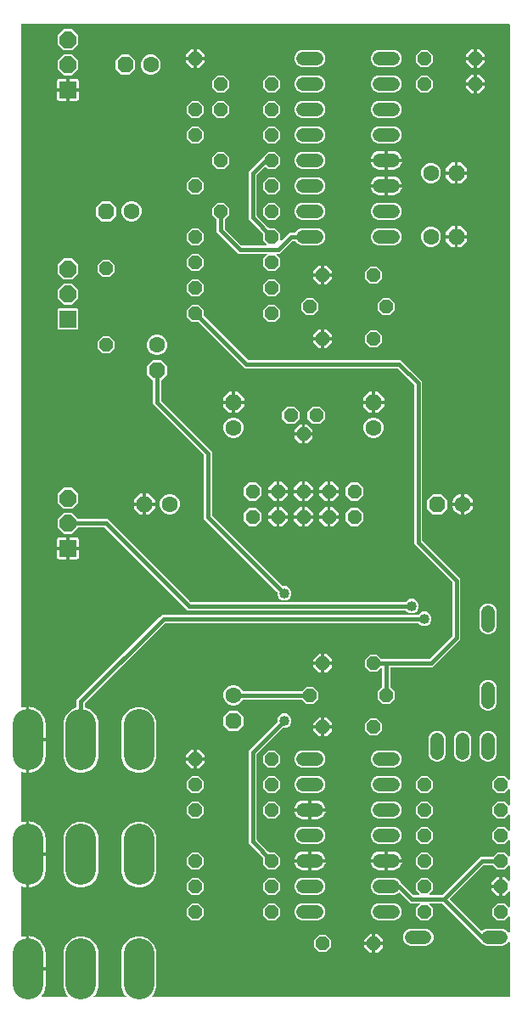
<source format=gbr>
G04 EAGLE Gerber RS-274X export*
G75*
%MOMM*%
%FSLAX34Y34*%
%LPD*%
%INBottom Copper*%
%IPPOS*%
%AMOC8*
5,1,8,0,0,1.08239X$1,22.5*%
G01*
%ADD10C,1.320800*%
%ADD11R,1.676400X1.676400*%
%ADD12P,1.814519X8X22.500000*%
%ADD13C,3.048000*%
%ADD14P,1.429621X8X22.500000*%
%ADD15P,1.429621X8X202.500000*%
%ADD16P,1.732040X8X22.500000*%
%ADD17C,1.600200*%
%ADD18P,1.429621X8X112.500000*%
%ADD19P,1.732040X8X202.500000*%
%ADD20P,1.732040X8X292.500000*%
%ADD21P,1.539592X8X22.500000*%
%ADD22P,1.732040X8X112.500000*%
%ADD23C,0.406400*%
%ADD24C,1.016000*%

G36*
X56505Y10172D02*
X56505Y10172D01*
X56577Y10174D01*
X56626Y10192D01*
X56677Y10200D01*
X56740Y10234D01*
X56808Y10259D01*
X56848Y10291D01*
X56894Y10316D01*
X56944Y10368D01*
X57000Y10412D01*
X57028Y10456D01*
X57064Y10494D01*
X57094Y10559D01*
X57133Y10619D01*
X57145Y10670D01*
X57167Y10717D01*
X57175Y10788D01*
X57193Y10858D01*
X57189Y10910D01*
X57194Y10961D01*
X57179Y11032D01*
X57174Y11103D01*
X57153Y11151D01*
X57142Y11202D01*
X57105Y11263D01*
X57077Y11329D01*
X57032Y11385D01*
X57016Y11413D01*
X56998Y11428D01*
X56972Y11460D01*
X55357Y13076D01*
X52727Y19424D01*
X52727Y56776D01*
X55357Y63124D01*
X60216Y67983D01*
X66564Y70613D01*
X73436Y70613D01*
X79784Y67983D01*
X84643Y63124D01*
X87273Y56776D01*
X87273Y19424D01*
X84643Y13076D01*
X83028Y11460D01*
X82986Y11402D01*
X82936Y11350D01*
X82914Y11303D01*
X82884Y11261D01*
X82863Y11192D01*
X82833Y11127D01*
X82827Y11075D01*
X82812Y11025D01*
X82814Y10954D01*
X82806Y10883D01*
X82817Y10832D01*
X82818Y10780D01*
X82843Y10712D01*
X82858Y10642D01*
X82885Y10597D01*
X82903Y10549D01*
X82947Y10493D01*
X82984Y10431D01*
X83024Y10397D01*
X83056Y10357D01*
X83117Y10318D01*
X83171Y10271D01*
X83219Y10252D01*
X83263Y10224D01*
X83333Y10206D01*
X83399Y10179D01*
X83471Y10171D01*
X83502Y10163D01*
X83525Y10165D01*
X83566Y10161D01*
X114434Y10161D01*
X114505Y10172D01*
X114577Y10174D01*
X114626Y10192D01*
X114677Y10200D01*
X114740Y10234D01*
X114808Y10259D01*
X114848Y10291D01*
X114894Y10316D01*
X114944Y10368D01*
X115000Y10412D01*
X115028Y10456D01*
X115064Y10494D01*
X115094Y10559D01*
X115133Y10619D01*
X115145Y10670D01*
X115167Y10717D01*
X115175Y10788D01*
X115193Y10858D01*
X115189Y10910D01*
X115194Y10961D01*
X115179Y11032D01*
X115174Y11103D01*
X115153Y11151D01*
X115142Y11202D01*
X115105Y11263D01*
X115077Y11329D01*
X115032Y11385D01*
X115016Y11413D01*
X114998Y11428D01*
X114972Y11460D01*
X113357Y13076D01*
X110727Y19424D01*
X110727Y56776D01*
X113357Y63124D01*
X118216Y67983D01*
X124564Y70613D01*
X131436Y70613D01*
X137784Y67983D01*
X142643Y63124D01*
X145273Y56776D01*
X145273Y19424D01*
X142643Y13076D01*
X141028Y11460D01*
X140986Y11402D01*
X140936Y11350D01*
X140914Y11303D01*
X140884Y11261D01*
X140863Y11192D01*
X140833Y11127D01*
X140827Y11075D01*
X140812Y11025D01*
X140814Y10954D01*
X140806Y10883D01*
X140817Y10832D01*
X140818Y10780D01*
X140843Y10712D01*
X140858Y10642D01*
X140885Y10597D01*
X140903Y10549D01*
X140947Y10493D01*
X140984Y10431D01*
X141024Y10397D01*
X141056Y10357D01*
X141117Y10318D01*
X141171Y10271D01*
X141219Y10252D01*
X141263Y10224D01*
X141333Y10206D01*
X141399Y10179D01*
X141471Y10171D01*
X141502Y10163D01*
X141525Y10165D01*
X141566Y10161D01*
X497078Y10161D01*
X497098Y10164D01*
X497117Y10162D01*
X497219Y10184D01*
X497321Y10200D01*
X497338Y10210D01*
X497358Y10214D01*
X497447Y10267D01*
X497538Y10316D01*
X497552Y10330D01*
X497569Y10340D01*
X497636Y10419D01*
X497708Y10494D01*
X497716Y10512D01*
X497729Y10527D01*
X497768Y10623D01*
X497811Y10717D01*
X497813Y10737D01*
X497821Y10755D01*
X497839Y10922D01*
X497839Y64433D01*
X497828Y64504D01*
X497826Y64576D01*
X497808Y64625D01*
X497800Y64676D01*
X497766Y64739D01*
X497741Y64807D01*
X497709Y64847D01*
X497684Y64893D01*
X497632Y64943D01*
X497588Y64999D01*
X497544Y65027D01*
X497506Y65063D01*
X497441Y65093D01*
X497381Y65132D01*
X497330Y65144D01*
X497283Y65166D01*
X497212Y65174D01*
X497142Y65192D01*
X497090Y65188D01*
X497039Y65193D01*
X496968Y65178D01*
X496897Y65173D01*
X496849Y65152D01*
X496798Y65141D01*
X496737Y65104D01*
X496671Y65076D01*
X496615Y65032D01*
X496587Y65015D01*
X496572Y64997D01*
X496540Y64972D01*
X494096Y62528D01*
X490922Y61213D01*
X474278Y61213D01*
X471104Y62528D01*
X468674Y64958D01*
X468471Y65449D01*
X468436Y65505D01*
X468410Y65565D01*
X468358Y65630D01*
X468341Y65658D01*
X468326Y65671D01*
X468306Y65696D01*
X430339Y103662D01*
X430265Y103715D01*
X430196Y103775D01*
X430166Y103787D01*
X430140Y103806D01*
X430053Y103833D01*
X429968Y103867D01*
X429927Y103871D01*
X429905Y103878D01*
X429872Y103877D01*
X429801Y103885D01*
X418167Y103885D01*
X418096Y103874D01*
X418024Y103872D01*
X417975Y103854D01*
X417924Y103846D01*
X417861Y103812D01*
X417793Y103787D01*
X417753Y103755D01*
X417707Y103730D01*
X417657Y103678D01*
X417601Y103634D01*
X417573Y103590D01*
X417537Y103552D01*
X417507Y103487D01*
X417468Y103427D01*
X417456Y103376D01*
X417434Y103329D01*
X417426Y103258D01*
X417408Y103188D01*
X417412Y103136D01*
X417406Y103085D01*
X417422Y103014D01*
X417427Y102943D01*
X417448Y102895D01*
X417459Y102844D01*
X417496Y102783D01*
X417524Y102717D01*
X417568Y102661D01*
X417585Y102633D01*
X417603Y102618D01*
X417628Y102586D01*
X421387Y98827D01*
X421387Y91673D01*
X416327Y86613D01*
X409173Y86613D01*
X404113Y91673D01*
X404113Y98827D01*
X407872Y102586D01*
X407913Y102644D01*
X407963Y102696D01*
X407985Y102743D01*
X408015Y102785D01*
X408036Y102854D01*
X408066Y102919D01*
X408072Y102971D01*
X408087Y103021D01*
X408086Y103092D01*
X408094Y103163D01*
X408082Y103214D01*
X408081Y103266D01*
X408056Y103334D01*
X408041Y103404D01*
X408015Y103449D01*
X407997Y103497D01*
X407952Y103553D01*
X407915Y103615D01*
X407876Y103649D01*
X407843Y103689D01*
X407783Y103728D01*
X407728Y103775D01*
X407680Y103794D01*
X407636Y103822D01*
X407567Y103840D01*
X407500Y103867D01*
X407429Y103875D01*
X407398Y103883D01*
X407374Y103881D01*
X407333Y103885D01*
X398366Y103885D01*
X395762Y106489D01*
X388073Y114178D01*
X388057Y114190D01*
X388045Y114206D01*
X387957Y114262D01*
X387873Y114322D01*
X387854Y114328D01*
X387838Y114339D01*
X387737Y114364D01*
X387638Y114394D01*
X387618Y114394D01*
X387599Y114399D01*
X387496Y114391D01*
X387393Y114388D01*
X387374Y114381D01*
X387354Y114380D01*
X387259Y114339D01*
X387161Y114304D01*
X387146Y114291D01*
X387128Y114283D01*
X386997Y114178D01*
X386146Y113328D01*
X382972Y112013D01*
X366328Y112013D01*
X363154Y113328D01*
X360724Y115758D01*
X359409Y118932D01*
X359409Y122368D01*
X360724Y125542D01*
X363154Y127972D01*
X366328Y129287D01*
X382972Y129287D01*
X386146Y127972D01*
X388576Y125542D01*
X388779Y125051D01*
X388814Y124995D01*
X388840Y124935D01*
X388892Y124870D01*
X388909Y124842D01*
X388924Y124829D01*
X388944Y124804D01*
X401511Y112238D01*
X401585Y112185D01*
X401654Y112125D01*
X401684Y112113D01*
X401710Y112094D01*
X401797Y112067D01*
X401882Y112033D01*
X401923Y112029D01*
X401946Y112022D01*
X401978Y112023D01*
X402049Y112015D01*
X407333Y112015D01*
X407404Y112026D01*
X407476Y112028D01*
X407525Y112046D01*
X407576Y112054D01*
X407639Y112088D01*
X407707Y112113D01*
X407747Y112145D01*
X407793Y112170D01*
X407843Y112222D01*
X407899Y112266D01*
X407927Y112310D01*
X407963Y112348D01*
X407993Y112413D01*
X408032Y112473D01*
X408044Y112524D01*
X408066Y112571D01*
X408074Y112642D01*
X408092Y112712D01*
X408088Y112764D01*
X408094Y112815D01*
X408078Y112886D01*
X408073Y112957D01*
X408052Y113005D01*
X408041Y113056D01*
X408004Y113117D01*
X407976Y113183D01*
X407932Y113239D01*
X407915Y113267D01*
X407897Y113282D01*
X407872Y113314D01*
X404113Y117073D01*
X404113Y124227D01*
X409173Y129287D01*
X416327Y129287D01*
X421387Y124227D01*
X421387Y117073D01*
X417628Y113314D01*
X417587Y113256D01*
X417537Y113204D01*
X417515Y113157D01*
X417485Y113115D01*
X417464Y113046D01*
X417434Y112981D01*
X417428Y112929D01*
X417413Y112879D01*
X417414Y112808D01*
X417406Y112737D01*
X417418Y112686D01*
X417419Y112634D01*
X417444Y112566D01*
X417459Y112496D01*
X417485Y112451D01*
X417503Y112403D01*
X417548Y112347D01*
X417585Y112285D01*
X417624Y112251D01*
X417657Y112211D01*
X417717Y112172D01*
X417772Y112125D01*
X417820Y112106D01*
X417864Y112078D01*
X417933Y112060D01*
X418000Y112033D01*
X418071Y112025D01*
X418102Y112017D01*
X418126Y112019D01*
X418167Y112015D01*
X429801Y112015D01*
X429891Y112029D01*
X429982Y112037D01*
X430012Y112049D01*
X430044Y112054D01*
X430124Y112097D01*
X430208Y112133D01*
X430240Y112159D01*
X430261Y112170D01*
X430283Y112193D01*
X430339Y112238D01*
X468216Y150115D01*
X480485Y150115D01*
X480575Y150129D01*
X480666Y150137D01*
X480696Y150149D01*
X480728Y150154D01*
X480809Y150197D01*
X480893Y150233D01*
X480925Y150259D01*
X480945Y150270D01*
X480968Y150293D01*
X481024Y150338D01*
X485373Y154687D01*
X492527Y154687D01*
X496540Y150674D01*
X496598Y150633D01*
X496650Y150583D01*
X496697Y150561D01*
X496739Y150531D01*
X496808Y150510D01*
X496873Y150480D01*
X496925Y150474D01*
X496975Y150459D01*
X497046Y150460D01*
X497117Y150452D01*
X497168Y150464D01*
X497220Y150465D01*
X497288Y150490D01*
X497358Y150505D01*
X497403Y150531D01*
X497451Y150549D01*
X497507Y150594D01*
X497569Y150631D01*
X497603Y150670D01*
X497643Y150703D01*
X497682Y150763D01*
X497729Y150818D01*
X497748Y150866D01*
X497776Y150910D01*
X497794Y150979D01*
X497821Y151046D01*
X497829Y151117D01*
X497837Y151148D01*
X497835Y151172D01*
X497839Y151213D01*
X497839Y166287D01*
X497828Y166358D01*
X497826Y166430D01*
X497808Y166479D01*
X497800Y166530D01*
X497766Y166593D01*
X497741Y166661D01*
X497709Y166701D01*
X497684Y166747D01*
X497632Y166797D01*
X497588Y166853D01*
X497544Y166881D01*
X497506Y166917D01*
X497441Y166947D01*
X497381Y166986D01*
X497330Y166998D01*
X497283Y167020D01*
X497212Y167028D01*
X497142Y167046D01*
X497090Y167042D01*
X497039Y167048D01*
X496968Y167032D01*
X496897Y167027D01*
X496849Y167006D01*
X496798Y166995D01*
X496737Y166958D01*
X496671Y166930D01*
X496615Y166886D01*
X496587Y166869D01*
X496572Y166851D01*
X496540Y166826D01*
X492527Y162813D01*
X485373Y162813D01*
X480313Y167873D01*
X480313Y175027D01*
X485373Y180087D01*
X492527Y180087D01*
X496540Y176074D01*
X496598Y176033D01*
X496650Y175983D01*
X496697Y175961D01*
X496739Y175931D01*
X496808Y175910D01*
X496873Y175880D01*
X496925Y175874D01*
X496975Y175859D01*
X497046Y175860D01*
X497117Y175852D01*
X497168Y175864D01*
X497220Y175865D01*
X497288Y175890D01*
X497358Y175905D01*
X497403Y175931D01*
X497451Y175949D01*
X497507Y175994D01*
X497569Y176031D01*
X497603Y176070D01*
X497643Y176103D01*
X497682Y176163D01*
X497729Y176218D01*
X497748Y176266D01*
X497776Y176310D01*
X497794Y176379D01*
X497821Y176446D01*
X497829Y176517D01*
X497837Y176548D01*
X497835Y176572D01*
X497839Y176613D01*
X497839Y191687D01*
X497828Y191758D01*
X497826Y191830D01*
X497808Y191879D01*
X497800Y191930D01*
X497766Y191993D01*
X497741Y192061D01*
X497709Y192101D01*
X497684Y192147D01*
X497632Y192197D01*
X497588Y192253D01*
X497544Y192281D01*
X497506Y192317D01*
X497441Y192347D01*
X497381Y192386D01*
X497330Y192398D01*
X497283Y192420D01*
X497212Y192428D01*
X497142Y192446D01*
X497090Y192442D01*
X497039Y192448D01*
X496968Y192432D01*
X496897Y192427D01*
X496849Y192406D01*
X496798Y192395D01*
X496737Y192358D01*
X496671Y192330D01*
X496615Y192286D01*
X496587Y192269D01*
X496572Y192251D01*
X496540Y192226D01*
X492527Y188213D01*
X485373Y188213D01*
X480313Y193273D01*
X480313Y200427D01*
X485373Y205487D01*
X492527Y205487D01*
X496540Y201474D01*
X496598Y201433D01*
X496650Y201383D01*
X496697Y201361D01*
X496739Y201331D01*
X496808Y201310D01*
X496873Y201280D01*
X496925Y201274D01*
X496975Y201259D01*
X497046Y201260D01*
X497117Y201252D01*
X497168Y201264D01*
X497220Y201265D01*
X497288Y201290D01*
X497358Y201305D01*
X497403Y201331D01*
X497451Y201349D01*
X497507Y201394D01*
X497569Y201431D01*
X497603Y201470D01*
X497643Y201503D01*
X497682Y201563D01*
X497729Y201618D01*
X497748Y201666D01*
X497776Y201710D01*
X497794Y201779D01*
X497821Y201846D01*
X497829Y201917D01*
X497837Y201948D01*
X497835Y201972D01*
X497839Y202013D01*
X497839Y217087D01*
X497828Y217158D01*
X497826Y217230D01*
X497808Y217279D01*
X497800Y217330D01*
X497766Y217393D01*
X497741Y217461D01*
X497709Y217501D01*
X497684Y217547D01*
X497632Y217597D01*
X497588Y217653D01*
X497544Y217681D01*
X497506Y217717D01*
X497441Y217747D01*
X497381Y217786D01*
X497330Y217798D01*
X497283Y217820D01*
X497212Y217828D01*
X497142Y217846D01*
X497090Y217842D01*
X497039Y217848D01*
X496968Y217832D01*
X496897Y217827D01*
X496849Y217806D01*
X496798Y217795D01*
X496737Y217758D01*
X496671Y217730D01*
X496615Y217686D01*
X496587Y217669D01*
X496572Y217651D01*
X496540Y217626D01*
X492527Y213613D01*
X485373Y213613D01*
X480313Y218673D01*
X480313Y225827D01*
X485373Y230887D01*
X492527Y230887D01*
X496540Y226874D01*
X496598Y226833D01*
X496650Y226783D01*
X496697Y226761D01*
X496739Y226731D01*
X496808Y226710D01*
X496873Y226680D01*
X496925Y226674D01*
X496975Y226659D01*
X497046Y226660D01*
X497117Y226652D01*
X497168Y226664D01*
X497220Y226665D01*
X497288Y226690D01*
X497358Y226705D01*
X497403Y226731D01*
X497451Y226749D01*
X497507Y226794D01*
X497569Y226831D01*
X497603Y226870D01*
X497643Y226903D01*
X497682Y226963D01*
X497729Y227018D01*
X497748Y227066D01*
X497776Y227110D01*
X497794Y227179D01*
X497821Y227246D01*
X497829Y227317D01*
X497837Y227348D01*
X497835Y227372D01*
X497839Y227413D01*
X497839Y979678D01*
X497836Y979698D01*
X497838Y979717D01*
X497816Y979819D01*
X497800Y979921D01*
X497790Y979938D01*
X497786Y979958D01*
X497733Y980047D01*
X497684Y980138D01*
X497670Y980152D01*
X497660Y980169D01*
X497581Y980236D01*
X497506Y980308D01*
X497488Y980316D01*
X497473Y980329D01*
X497377Y980368D01*
X497283Y980411D01*
X497263Y980413D01*
X497245Y980421D01*
X497078Y980439D01*
X10922Y980439D01*
X10902Y980436D01*
X10883Y980438D01*
X10781Y980416D01*
X10679Y980400D01*
X10662Y980390D01*
X10642Y980386D01*
X10553Y980333D01*
X10462Y980284D01*
X10448Y980270D01*
X10431Y980260D01*
X10364Y980181D01*
X10292Y980106D01*
X10284Y980088D01*
X10271Y980073D01*
X10232Y979977D01*
X10189Y979883D01*
X10187Y979863D01*
X10179Y979845D01*
X10161Y979678D01*
X10161Y299492D01*
X10168Y299447D01*
X10166Y299401D01*
X10188Y299326D01*
X10200Y299249D01*
X10222Y299209D01*
X10235Y299165D01*
X10279Y299101D01*
X10316Y299032D01*
X10349Y299000D01*
X10375Y298963D01*
X10437Y298916D01*
X10494Y298863D01*
X10536Y298843D01*
X10573Y298816D01*
X10647Y298792D01*
X10717Y298759D01*
X10763Y298754D01*
X10806Y298740D01*
X10884Y298740D01*
X10961Y298732D01*
X11006Y298742D01*
X11052Y298742D01*
X11183Y298780D01*
X11202Y298784D01*
X11206Y298787D01*
X11213Y298789D01*
X11272Y298813D01*
X13524Y299416D01*
X15477Y299674D01*
X15477Y267462D01*
X15480Y267443D01*
X15478Y267424D01*
X15478Y267423D01*
X15500Y267321D01*
X15517Y267219D01*
X15526Y267202D01*
X15530Y267182D01*
X15583Y267093D01*
X15632Y267002D01*
X15646Y266988D01*
X15656Y266971D01*
X15735Y266904D01*
X15810Y266833D01*
X15828Y266824D01*
X15843Y266811D01*
X15939Y266773D01*
X16033Y266729D01*
X16053Y266727D01*
X16071Y266719D01*
X16238Y266701D01*
X17001Y266701D01*
X17001Y266699D01*
X16238Y266699D01*
X16218Y266696D01*
X16199Y266698D01*
X16097Y266676D01*
X15995Y266659D01*
X15978Y266650D01*
X15958Y266646D01*
X15869Y266593D01*
X15778Y266544D01*
X15764Y266530D01*
X15747Y266520D01*
X15680Y266441D01*
X15609Y266366D01*
X15600Y266348D01*
X15587Y266333D01*
X15548Y266237D01*
X15505Y266143D01*
X15503Y266123D01*
X15495Y266105D01*
X15477Y265938D01*
X15477Y233726D01*
X13524Y233984D01*
X11272Y234587D01*
X11213Y234611D01*
X11169Y234622D01*
X11127Y234641D01*
X11050Y234650D01*
X10974Y234667D01*
X10928Y234663D01*
X10883Y234668D01*
X10806Y234652D01*
X10729Y234644D01*
X10687Y234626D01*
X10642Y234616D01*
X10575Y234576D01*
X10504Y234544D01*
X10470Y234513D01*
X10431Y234490D01*
X10380Y234431D01*
X10323Y234378D01*
X10301Y234338D01*
X10271Y234303D01*
X10242Y234231D01*
X10205Y234163D01*
X10196Y234117D01*
X10179Y234075D01*
X10164Y233939D01*
X10161Y233921D01*
X10162Y233915D01*
X10161Y233908D01*
X10161Y185192D01*
X10168Y185147D01*
X10166Y185101D01*
X10188Y185026D01*
X10200Y184949D01*
X10222Y184909D01*
X10235Y184865D01*
X10279Y184801D01*
X10316Y184732D01*
X10349Y184700D01*
X10375Y184663D01*
X10437Y184616D01*
X10494Y184563D01*
X10536Y184543D01*
X10573Y184516D01*
X10647Y184492D01*
X10717Y184459D01*
X10763Y184454D01*
X10806Y184440D01*
X10884Y184440D01*
X10961Y184432D01*
X11006Y184442D01*
X11052Y184442D01*
X11183Y184480D01*
X11202Y184484D01*
X11206Y184487D01*
X11213Y184489D01*
X11272Y184513D01*
X13524Y185116D01*
X15477Y185374D01*
X15477Y153162D01*
X15480Y153142D01*
X15478Y153123D01*
X15500Y153021D01*
X15517Y152919D01*
X15526Y152902D01*
X15530Y152882D01*
X15583Y152793D01*
X15632Y152702D01*
X15646Y152688D01*
X15656Y152671D01*
X15735Y152604D01*
X15810Y152533D01*
X15828Y152524D01*
X15843Y152511D01*
X15939Y152473D01*
X16033Y152429D01*
X16053Y152427D01*
X16071Y152419D01*
X16238Y152401D01*
X17001Y152401D01*
X17001Y152399D01*
X16238Y152399D01*
X16218Y152396D01*
X16199Y152398D01*
X16097Y152376D01*
X15995Y152359D01*
X15978Y152350D01*
X15958Y152346D01*
X15869Y152293D01*
X15778Y152244D01*
X15764Y152230D01*
X15747Y152220D01*
X15680Y152141D01*
X15609Y152066D01*
X15600Y152048D01*
X15587Y152033D01*
X15548Y151937D01*
X15505Y151843D01*
X15503Y151823D01*
X15495Y151805D01*
X15477Y151638D01*
X15477Y119426D01*
X13524Y119684D01*
X11272Y120287D01*
X11213Y120311D01*
X11169Y120322D01*
X11127Y120341D01*
X11050Y120350D01*
X10974Y120367D01*
X10928Y120363D01*
X10883Y120368D01*
X10806Y120352D01*
X10729Y120344D01*
X10687Y120326D01*
X10642Y120316D01*
X10575Y120276D01*
X10504Y120244D01*
X10470Y120213D01*
X10431Y120190D01*
X10380Y120131D01*
X10323Y120078D01*
X10301Y120038D01*
X10271Y120003D01*
X10242Y119931D01*
X10205Y119863D01*
X10196Y119817D01*
X10179Y119775D01*
X10164Y119639D01*
X10161Y119621D01*
X10162Y119615D01*
X10161Y119608D01*
X10161Y70892D01*
X10168Y70847D01*
X10166Y70801D01*
X10188Y70726D01*
X10200Y70649D01*
X10222Y70609D01*
X10235Y70565D01*
X10279Y70501D01*
X10316Y70432D01*
X10349Y70400D01*
X10375Y70363D01*
X10438Y70316D01*
X10494Y70263D01*
X10536Y70243D01*
X10572Y70216D01*
X10646Y70192D01*
X10717Y70159D01*
X10763Y70154D01*
X10806Y70140D01*
X10884Y70140D01*
X10961Y70132D01*
X11006Y70142D01*
X11052Y70142D01*
X11184Y70180D01*
X11202Y70184D01*
X11206Y70187D01*
X11213Y70189D01*
X11272Y70213D01*
X13524Y70816D01*
X15477Y71074D01*
X15477Y38862D01*
X15480Y38842D01*
X15478Y38823D01*
X15500Y38721D01*
X15517Y38619D01*
X15526Y38602D01*
X15530Y38582D01*
X15583Y38493D01*
X15632Y38402D01*
X15646Y38388D01*
X15656Y38371D01*
X15735Y38304D01*
X15810Y38233D01*
X15828Y38224D01*
X15843Y38211D01*
X15939Y38173D01*
X16033Y38129D01*
X16053Y38127D01*
X16071Y38119D01*
X16238Y38101D01*
X17001Y38101D01*
X17001Y37338D01*
X17004Y37318D01*
X17002Y37299D01*
X17024Y37197D01*
X17041Y37095D01*
X17050Y37078D01*
X17054Y37058D01*
X17107Y36969D01*
X17156Y36878D01*
X17170Y36864D01*
X17180Y36847D01*
X17259Y36780D01*
X17334Y36709D01*
X17352Y36700D01*
X17367Y36687D01*
X17463Y36648D01*
X17557Y36605D01*
X17577Y36603D01*
X17595Y36595D01*
X17762Y36577D01*
X34781Y36577D01*
X34781Y21695D01*
X34476Y19384D01*
X33873Y17132D01*
X32981Y14979D01*
X31816Y12960D01*
X30607Y11385D01*
X30597Y11366D01*
X30582Y11350D01*
X30539Y11258D01*
X30491Y11169D01*
X30487Y11147D01*
X30478Y11127D01*
X30467Y11026D01*
X30450Y10926D01*
X30453Y10904D01*
X30451Y10883D01*
X30473Y10783D01*
X30488Y10683D01*
X30499Y10664D01*
X30503Y10642D01*
X30555Y10555D01*
X30602Y10465D01*
X30618Y10450D01*
X30629Y10431D01*
X30707Y10365D01*
X30780Y10295D01*
X30800Y10285D01*
X30816Y10271D01*
X30911Y10233D01*
X31002Y10190D01*
X31024Y10187D01*
X31045Y10179D01*
X31211Y10161D01*
X56434Y10161D01*
X56505Y10172D01*
G37*
%LPC*%
G36*
X371073Y302513D02*
X371073Y302513D01*
X366013Y307573D01*
X366013Y314727D01*
X370362Y319076D01*
X370415Y319150D01*
X370475Y319220D01*
X370487Y319250D01*
X370506Y319276D01*
X370533Y319363D01*
X370567Y319448D01*
X370571Y319489D01*
X370578Y319511D01*
X370577Y319543D01*
X370585Y319615D01*
X370585Y337483D01*
X370574Y337554D01*
X370572Y337626D01*
X370554Y337675D01*
X370546Y337726D01*
X370512Y337789D01*
X370487Y337857D01*
X370455Y337897D01*
X370430Y337943D01*
X370378Y337993D01*
X370334Y338049D01*
X370290Y338077D01*
X370252Y338113D01*
X370187Y338143D01*
X370127Y338182D01*
X370076Y338194D01*
X370029Y338216D01*
X369958Y338224D01*
X369888Y338242D01*
X369836Y338238D01*
X369785Y338244D01*
X369714Y338228D01*
X369643Y338223D01*
X369595Y338202D01*
X369544Y338191D01*
X369483Y338154D01*
X369417Y338126D01*
X369361Y338082D01*
X369333Y338065D01*
X369318Y338047D01*
X369286Y338022D01*
X365527Y334263D01*
X358373Y334263D01*
X353313Y339323D01*
X353313Y346477D01*
X358373Y351537D01*
X365527Y351537D01*
X369876Y347188D01*
X369950Y347135D01*
X370020Y347075D01*
X370050Y347063D01*
X370076Y347044D01*
X370163Y347017D01*
X370248Y346983D01*
X370289Y346979D01*
X370311Y346972D01*
X370343Y346973D01*
X370415Y346965D01*
X417101Y346965D01*
X417191Y346979D01*
X417282Y346987D01*
X417312Y346999D01*
X417344Y347004D01*
X417424Y347047D01*
X417508Y347083D01*
X417540Y347109D01*
X417561Y347120D01*
X417583Y347143D01*
X417639Y347188D01*
X440212Y369761D01*
X440265Y369835D01*
X440325Y369904D01*
X440337Y369934D01*
X440356Y369960D01*
X440383Y370047D01*
X440417Y370132D01*
X440421Y370173D01*
X440428Y370196D01*
X440427Y370228D01*
X440435Y370299D01*
X440435Y423451D01*
X440421Y423541D01*
X440413Y423632D01*
X440401Y423662D01*
X440396Y423694D01*
X440353Y423774D01*
X440317Y423858D01*
X440291Y423890D01*
X440280Y423911D01*
X440257Y423933D01*
X440212Y423989D01*
X402335Y461866D01*
X402335Y620301D01*
X402321Y620391D01*
X402313Y620482D01*
X402301Y620512D01*
X402296Y620544D01*
X402253Y620624D01*
X402217Y620708D01*
X402191Y620740D01*
X402180Y620761D01*
X402157Y620783D01*
X402112Y620839D01*
X385889Y637062D01*
X385815Y637115D01*
X385746Y637175D01*
X385716Y637187D01*
X385690Y637206D01*
X385603Y637233D01*
X385518Y637267D01*
X385477Y637271D01*
X385454Y637278D01*
X385422Y637277D01*
X385351Y637285D01*
X233266Y637285D01*
X187261Y683290D01*
X187187Y683343D01*
X187118Y683403D01*
X187088Y683415D01*
X187062Y683434D01*
X186975Y683461D01*
X186890Y683495D01*
X186849Y683499D01*
X186826Y683506D01*
X186794Y683505D01*
X186723Y683513D01*
X180573Y683513D01*
X175513Y688573D01*
X175513Y695727D01*
X180573Y700787D01*
X187727Y700787D01*
X192787Y695727D01*
X192787Y689577D01*
X192801Y689487D01*
X192809Y689396D01*
X192821Y689366D01*
X192826Y689334D01*
X192869Y689254D01*
X192905Y689170D01*
X192931Y689138D01*
X192942Y689117D01*
X192965Y689095D01*
X193010Y689039D01*
X236411Y645638D01*
X236485Y645585D01*
X236554Y645525D01*
X236584Y645513D01*
X236610Y645494D01*
X236697Y645467D01*
X236782Y645433D01*
X236823Y645429D01*
X236846Y645422D01*
X236878Y645423D01*
X236949Y645415D01*
X389034Y645415D01*
X410465Y623984D01*
X410465Y465549D01*
X410479Y465459D01*
X410487Y465368D01*
X410499Y465338D01*
X410504Y465306D01*
X410547Y465226D01*
X410583Y465142D01*
X410609Y465110D01*
X410620Y465089D01*
X410643Y465067D01*
X410688Y465011D01*
X448565Y427134D01*
X448565Y366616D01*
X420784Y338835D01*
X379476Y338835D01*
X379456Y338832D01*
X379437Y338834D01*
X379335Y338812D01*
X379233Y338796D01*
X379216Y338786D01*
X379196Y338782D01*
X379107Y338729D01*
X379016Y338680D01*
X379002Y338666D01*
X378985Y338656D01*
X378918Y338577D01*
X378846Y338502D01*
X378838Y338484D01*
X378825Y338469D01*
X378786Y338373D01*
X378743Y338279D01*
X378741Y338259D01*
X378733Y338241D01*
X378715Y338074D01*
X378715Y319615D01*
X378729Y319525D01*
X378737Y319434D01*
X378749Y319404D01*
X378754Y319372D01*
X378797Y319291D01*
X378833Y319207D01*
X378859Y319175D01*
X378870Y319155D01*
X378893Y319132D01*
X378938Y319076D01*
X383287Y314727D01*
X383287Y307573D01*
X378227Y302513D01*
X371073Y302513D01*
G37*
%LPD*%
%LPC*%
G36*
X66564Y234187D02*
X66564Y234187D01*
X60216Y236817D01*
X55357Y241676D01*
X52727Y248024D01*
X52727Y285376D01*
X55357Y291724D01*
X60216Y296583D01*
X65315Y298695D01*
X65415Y298757D01*
X65515Y298817D01*
X65519Y298822D01*
X65524Y298825D01*
X65599Y298915D01*
X65675Y299004D01*
X65677Y299010D01*
X65681Y299015D01*
X65723Y299123D01*
X65767Y299232D01*
X65768Y299240D01*
X65769Y299244D01*
X65770Y299262D01*
X65785Y299399D01*
X65785Y306484D01*
X68389Y309088D01*
X148112Y388811D01*
X150716Y391415D01*
X406441Y391415D01*
X406531Y391429D01*
X406622Y391437D01*
X406651Y391449D01*
X406683Y391454D01*
X406764Y391497D01*
X406848Y391533D01*
X406880Y391559D01*
X406901Y391570D01*
X406923Y391593D01*
X406979Y391638D01*
X408721Y393380D01*
X411335Y394463D01*
X414165Y394463D01*
X416779Y393380D01*
X418780Y391379D01*
X419863Y388765D01*
X419863Y385935D01*
X418780Y383321D01*
X416779Y381320D01*
X414165Y380237D01*
X411335Y380237D01*
X408721Y381320D01*
X406979Y383062D01*
X406905Y383115D01*
X406835Y383175D01*
X406805Y383187D01*
X406779Y383206D01*
X406692Y383233D01*
X406607Y383267D01*
X406566Y383271D01*
X406544Y383278D01*
X406512Y383277D01*
X406441Y383285D01*
X154399Y383285D01*
X154309Y383271D01*
X154218Y383263D01*
X154188Y383251D01*
X154156Y383246D01*
X154076Y383203D01*
X153992Y383167D01*
X153960Y383141D01*
X153939Y383130D01*
X153917Y383107D01*
X153861Y383062D01*
X74138Y303339D01*
X74085Y303265D01*
X74025Y303196D01*
X74013Y303166D01*
X73994Y303140D01*
X73967Y303053D01*
X73933Y302968D01*
X73929Y302927D01*
X73922Y302904D01*
X73923Y302872D01*
X73915Y302801D01*
X73915Y299523D01*
X73934Y299408D01*
X73951Y299292D01*
X73953Y299286D01*
X73954Y299280D01*
X74009Y299178D01*
X74062Y299073D01*
X74067Y299068D01*
X74070Y299063D01*
X74154Y298983D01*
X74238Y298901D01*
X74244Y298897D01*
X74248Y298893D01*
X74265Y298886D01*
X74385Y298820D01*
X79784Y296583D01*
X84643Y291724D01*
X87273Y285376D01*
X87273Y248024D01*
X84643Y241676D01*
X79784Y236817D01*
X73436Y234187D01*
X66564Y234187D01*
G37*
%LPD*%
%LPC*%
G36*
X398635Y392937D02*
X398635Y392937D01*
X396021Y394020D01*
X394279Y395762D01*
X394205Y395815D01*
X394135Y395875D01*
X394105Y395887D01*
X394079Y395906D01*
X393992Y395933D01*
X393907Y395967D01*
X393866Y395971D01*
X393844Y395978D01*
X393812Y395977D01*
X393740Y395985D01*
X176116Y395985D01*
X93789Y478312D01*
X93715Y478365D01*
X93646Y478425D01*
X93616Y478437D01*
X93590Y478456D01*
X93503Y478483D01*
X93418Y478517D01*
X93377Y478521D01*
X93354Y478528D01*
X93322Y478527D01*
X93251Y478535D01*
X68129Y478535D01*
X68039Y478521D01*
X67948Y478513D01*
X67918Y478501D01*
X67886Y478496D01*
X67806Y478453D01*
X67722Y478417D01*
X67690Y478391D01*
X67669Y478380D01*
X67647Y478357D01*
X67591Y478312D01*
X61464Y472185D01*
X52836Y472185D01*
X46735Y478286D01*
X46735Y486914D01*
X52836Y493015D01*
X61464Y493015D01*
X67591Y486888D01*
X67665Y486835D01*
X67734Y486775D01*
X67765Y486763D01*
X67791Y486744D01*
X67878Y486717D01*
X67963Y486683D01*
X68003Y486679D01*
X68026Y486672D01*
X68058Y486673D01*
X68129Y486665D01*
X96934Y486665D01*
X179261Y404338D01*
X179335Y404285D01*
X179404Y404225D01*
X179434Y404213D01*
X179460Y404194D01*
X179547Y404167D01*
X179632Y404133D01*
X179673Y404129D01*
X179696Y404122D01*
X179728Y404123D01*
X179799Y404115D01*
X393740Y404115D01*
X393831Y404129D01*
X393921Y404137D01*
X393951Y404149D01*
X393983Y404154D01*
X394064Y404197D01*
X394148Y404233D01*
X394180Y404259D01*
X394201Y404270D01*
X394223Y404293D01*
X394279Y404338D01*
X396021Y406080D01*
X398635Y407163D01*
X401465Y407163D01*
X404079Y406080D01*
X406080Y404079D01*
X407163Y401465D01*
X407163Y398635D01*
X406080Y396021D01*
X404079Y394020D01*
X401465Y392937D01*
X398635Y392937D01*
G37*
%LPD*%
%LPC*%
G36*
X256773Y734313D02*
X256773Y734313D01*
X251713Y739373D01*
X251713Y746527D01*
X255472Y750286D01*
X255513Y750344D01*
X255563Y750396D01*
X255585Y750443D01*
X255615Y750485D01*
X255636Y750554D01*
X255666Y750619D01*
X255672Y750671D01*
X255687Y750721D01*
X255686Y750792D01*
X255694Y750863D01*
X255682Y750914D01*
X255681Y750966D01*
X255656Y751034D01*
X255641Y751104D01*
X255615Y751149D01*
X255597Y751197D01*
X255552Y751253D01*
X255515Y751315D01*
X255476Y751349D01*
X255443Y751389D01*
X255383Y751428D01*
X255328Y751475D01*
X255280Y751494D01*
X255236Y751522D01*
X255167Y751540D01*
X255100Y751567D01*
X255029Y751575D01*
X254998Y751583D01*
X254974Y751581D01*
X254933Y751585D01*
X226916Y751585D01*
X205485Y773016D01*
X205485Y785285D01*
X205471Y785375D01*
X205463Y785466D01*
X205451Y785496D01*
X205446Y785528D01*
X205403Y785609D01*
X205367Y785693D01*
X205341Y785725D01*
X205330Y785745D01*
X205307Y785768D01*
X205262Y785824D01*
X200913Y790173D01*
X200913Y797327D01*
X205973Y802387D01*
X213127Y802387D01*
X218187Y797327D01*
X218187Y790173D01*
X213838Y785824D01*
X213785Y785750D01*
X213725Y785680D01*
X213713Y785650D01*
X213694Y785624D01*
X213667Y785537D01*
X213633Y785452D01*
X213629Y785411D01*
X213622Y785389D01*
X213623Y785357D01*
X213615Y785285D01*
X213615Y776699D01*
X213629Y776609D01*
X213637Y776518D01*
X213649Y776488D01*
X213654Y776456D01*
X213697Y776376D01*
X213733Y776292D01*
X213759Y776260D01*
X213770Y776239D01*
X213793Y776217D01*
X213838Y776161D01*
X230061Y759938D01*
X230135Y759885D01*
X230204Y759825D01*
X230234Y759813D01*
X230260Y759794D01*
X230347Y759767D01*
X230432Y759733D01*
X230473Y759729D01*
X230496Y759722D01*
X230528Y759723D01*
X230599Y759715D01*
X254933Y759715D01*
X255004Y759726D01*
X255076Y759728D01*
X255125Y759746D01*
X255176Y759754D01*
X255239Y759788D01*
X255307Y759813D01*
X255347Y759845D01*
X255393Y759870D01*
X255443Y759922D01*
X255499Y759966D01*
X255527Y760010D01*
X255563Y760048D01*
X255593Y760113D01*
X255632Y760173D01*
X255644Y760224D01*
X255666Y760271D01*
X255674Y760342D01*
X255692Y760412D01*
X255688Y760464D01*
X255694Y760515D01*
X255678Y760586D01*
X255673Y760657D01*
X255652Y760705D01*
X255641Y760756D01*
X255604Y760817D01*
X255576Y760883D01*
X255532Y760939D01*
X255515Y760967D01*
X255497Y760982D01*
X255472Y761014D01*
X251713Y764773D01*
X251713Y770923D01*
X251699Y771013D01*
X251691Y771104D01*
X251679Y771134D01*
X251674Y771166D01*
X251631Y771246D01*
X251595Y771330D01*
X251569Y771362D01*
X251558Y771383D01*
X251535Y771405D01*
X251490Y771461D01*
X237235Y785716D01*
X237235Y833534D01*
X239839Y836138D01*
X251490Y847789D01*
X251537Y847853D01*
X251552Y847869D01*
X251555Y847876D01*
X251603Y847932D01*
X251615Y847962D01*
X251634Y847988D01*
X251660Y848075D01*
X256773Y853187D01*
X263927Y853187D01*
X268987Y848127D01*
X268987Y840973D01*
X263927Y835913D01*
X256773Y835913D01*
X254480Y838205D01*
X254464Y838217D01*
X254452Y838233D01*
X254373Y838284D01*
X254365Y838290D01*
X254359Y838292D01*
X254281Y838349D01*
X254262Y838355D01*
X254245Y838366D01*
X254144Y838391D01*
X254046Y838421D01*
X254026Y838421D01*
X254006Y838426D01*
X253903Y838418D01*
X253800Y838415D01*
X253781Y838408D01*
X253761Y838407D01*
X253666Y838366D01*
X253569Y838331D01*
X253553Y838318D01*
X253535Y838310D01*
X253455Y838246D01*
X253454Y838246D01*
X253404Y838205D01*
X245588Y830389D01*
X245535Y830315D01*
X245475Y830246D01*
X245463Y830216D01*
X245444Y830190D01*
X245417Y830103D01*
X245383Y830018D01*
X245379Y829977D01*
X245372Y829954D01*
X245373Y829922D01*
X245365Y829851D01*
X245365Y789399D01*
X245379Y789309D01*
X245387Y789218D01*
X245399Y789188D01*
X245404Y789156D01*
X245447Y789076D01*
X245483Y788992D01*
X245509Y788960D01*
X245520Y788939D01*
X245543Y788917D01*
X245588Y788861D01*
X257239Y777210D01*
X257313Y777157D01*
X257382Y777097D01*
X257412Y777085D01*
X257438Y777066D01*
X257525Y777039D01*
X257610Y777005D01*
X257651Y777001D01*
X257673Y776994D01*
X257706Y776995D01*
X257777Y776987D01*
X263927Y776987D01*
X268987Y771927D01*
X268987Y765523D01*
X268998Y765452D01*
X269000Y765380D01*
X269018Y765332D01*
X269026Y765280D01*
X269060Y765217D01*
X269085Y765149D01*
X269117Y765109D01*
X269142Y765063D01*
X269194Y765013D01*
X269238Y764957D01*
X269282Y764929D01*
X269320Y764893D01*
X269385Y764863D01*
X269445Y764824D01*
X269496Y764812D01*
X269543Y764790D01*
X269614Y764782D01*
X269684Y764764D01*
X269736Y764768D01*
X269787Y764763D01*
X269858Y764778D01*
X269929Y764784D01*
X269977Y764804D01*
X270028Y764815D01*
X270089Y764852D01*
X270155Y764880D01*
X270211Y764925D01*
X270239Y764941D01*
X270254Y764959D01*
X270286Y764985D01*
X277716Y772415D01*
X283673Y772415D01*
X283787Y772434D01*
X283904Y772451D01*
X283909Y772453D01*
X283915Y772454D01*
X284018Y772509D01*
X284123Y772562D01*
X284127Y772567D01*
X284133Y772570D01*
X284213Y772654D01*
X284295Y772738D01*
X284299Y772744D01*
X284302Y772748D01*
X284310Y772765D01*
X284376Y772885D01*
X284524Y773242D01*
X286954Y775672D01*
X290128Y776987D01*
X306772Y776987D01*
X309946Y775672D01*
X312376Y773242D01*
X313691Y770068D01*
X313691Y766632D01*
X312376Y763458D01*
X309946Y761028D01*
X306772Y759713D01*
X290128Y759713D01*
X286954Y761028D01*
X284524Y763458D01*
X284376Y763815D01*
X284314Y763915D01*
X284254Y764015D01*
X284250Y764019D01*
X284246Y764024D01*
X284156Y764099D01*
X284068Y764175D01*
X284062Y764177D01*
X284057Y764181D01*
X283948Y764223D01*
X283839Y764267D01*
X283832Y764268D01*
X283827Y764269D01*
X283809Y764270D01*
X283673Y764285D01*
X281399Y764285D01*
X281309Y764271D01*
X281218Y764263D01*
X281188Y764251D01*
X281156Y764246D01*
X281076Y764203D01*
X280992Y764167D01*
X280960Y764141D01*
X280939Y764130D01*
X280917Y764107D01*
X280861Y764062D01*
X268384Y751585D01*
X265767Y751585D01*
X265696Y751574D01*
X265624Y751572D01*
X265575Y751554D01*
X265524Y751546D01*
X265461Y751512D01*
X265393Y751487D01*
X265353Y751455D01*
X265307Y751430D01*
X265257Y751378D01*
X265201Y751334D01*
X265173Y751290D01*
X265137Y751252D01*
X265107Y751187D01*
X265068Y751127D01*
X265056Y751076D01*
X265034Y751029D01*
X265026Y750958D01*
X265008Y750888D01*
X265012Y750836D01*
X265006Y750785D01*
X265022Y750714D01*
X265027Y750643D01*
X265048Y750595D01*
X265059Y750544D01*
X265096Y750483D01*
X265124Y750417D01*
X265168Y750361D01*
X265185Y750333D01*
X265203Y750318D01*
X265228Y750286D01*
X268987Y746527D01*
X268987Y739373D01*
X263927Y734313D01*
X256773Y734313D01*
G37*
%LPD*%
%LPC*%
G36*
X271635Y405637D02*
X271635Y405637D01*
X269021Y406720D01*
X267020Y408721D01*
X265937Y411335D01*
X265937Y413799D01*
X265923Y413889D01*
X265915Y413980D01*
X265903Y414010D01*
X265898Y414042D01*
X265855Y414122D01*
X265819Y414206D01*
X265793Y414238D01*
X265782Y414259D01*
X265759Y414281D01*
X265714Y414337D01*
X192785Y487266D01*
X192785Y550451D01*
X192771Y550541D01*
X192763Y550632D01*
X192751Y550662D01*
X192746Y550694D01*
X192703Y550774D01*
X192667Y550858D01*
X192641Y550890D01*
X192630Y550911D01*
X192607Y550933D01*
X192562Y550989D01*
X141985Y601566D01*
X141985Y624560D01*
X141971Y624650D01*
X141963Y624741D01*
X141951Y624770D01*
X141946Y624802D01*
X141903Y624883D01*
X141867Y624967D01*
X141841Y624999D01*
X141830Y625020D01*
X141807Y625042D01*
X141762Y625098D01*
X136016Y630844D01*
X136016Y639156D01*
X141894Y645034D01*
X150206Y645034D01*
X156084Y639156D01*
X156084Y630844D01*
X150338Y625098D01*
X150285Y625024D01*
X150225Y624954D01*
X150213Y624924D01*
X150194Y624898D01*
X150167Y624811D01*
X150133Y624726D01*
X150129Y624685D01*
X150122Y624663D01*
X150123Y624631D01*
X150115Y624560D01*
X150115Y605249D01*
X150129Y605159D01*
X150137Y605068D01*
X150149Y605038D01*
X150154Y605006D01*
X150197Y604926D01*
X150233Y604842D01*
X150259Y604810D01*
X150270Y604789D01*
X150293Y604767D01*
X150338Y604711D01*
X200915Y554134D01*
X200915Y490949D01*
X200929Y490859D01*
X200937Y490768D01*
X200949Y490738D01*
X200954Y490706D01*
X200997Y490626D01*
X201033Y490542D01*
X201059Y490509D01*
X201070Y490489D01*
X201093Y490467D01*
X201138Y490411D01*
X271463Y420086D01*
X271537Y420033D01*
X271606Y419973D01*
X271636Y419961D01*
X271662Y419942D01*
X271749Y419915D01*
X271834Y419881D01*
X271875Y419877D01*
X271898Y419870D01*
X271930Y419871D01*
X272001Y419863D01*
X274465Y419863D01*
X277079Y418780D01*
X279080Y416779D01*
X280163Y414165D01*
X280163Y411335D01*
X279080Y408721D01*
X277079Y406720D01*
X274465Y405637D01*
X271635Y405637D01*
G37*
%LPD*%
G36*
X497168Y74518D02*
X497168Y74518D01*
X497220Y74519D01*
X497288Y74544D01*
X497358Y74559D01*
X497403Y74585D01*
X497451Y74603D01*
X497507Y74648D01*
X497569Y74685D01*
X497603Y74725D01*
X497643Y74757D01*
X497682Y74817D01*
X497729Y74872D01*
X497748Y74920D01*
X497776Y74964D01*
X497794Y75033D01*
X497821Y75100D01*
X497829Y75171D01*
X497837Y75203D01*
X497835Y75226D01*
X497839Y75267D01*
X497839Y90087D01*
X497828Y90158D01*
X497826Y90230D01*
X497808Y90279D01*
X497800Y90330D01*
X497766Y90393D01*
X497741Y90461D01*
X497709Y90501D01*
X497684Y90547D01*
X497632Y90597D01*
X497588Y90653D01*
X497544Y90681D01*
X497506Y90717D01*
X497441Y90747D01*
X497381Y90786D01*
X497330Y90798D01*
X497283Y90820D01*
X497212Y90828D01*
X497142Y90846D01*
X497090Y90842D01*
X497039Y90848D01*
X496968Y90832D01*
X496897Y90827D01*
X496849Y90806D01*
X496798Y90795D01*
X496737Y90758D01*
X496671Y90730D01*
X496615Y90686D01*
X496587Y90669D01*
X496572Y90651D01*
X496540Y90626D01*
X492527Y86613D01*
X485373Y86613D01*
X480313Y91673D01*
X480313Y98827D01*
X485373Y103887D01*
X492527Y103887D01*
X496540Y99874D01*
X496598Y99833D01*
X496650Y99783D01*
X496697Y99761D01*
X496739Y99731D01*
X496808Y99710D01*
X496873Y99680D01*
X496925Y99674D01*
X496975Y99659D01*
X497046Y99660D01*
X497117Y99652D01*
X497168Y99664D01*
X497220Y99665D01*
X497288Y99690D01*
X497358Y99705D01*
X497403Y99731D01*
X497451Y99749D01*
X497507Y99794D01*
X497569Y99831D01*
X497603Y99870D01*
X497643Y99903D01*
X497682Y99963D01*
X497729Y100018D01*
X497748Y100066D01*
X497776Y100110D01*
X497794Y100179D01*
X497821Y100246D01*
X497829Y100317D01*
X497837Y100348D01*
X497835Y100372D01*
X497839Y100413D01*
X497839Y114769D01*
X497828Y114840D01*
X497826Y114911D01*
X497808Y114960D01*
X497800Y115012D01*
X497766Y115075D01*
X497741Y115142D01*
X497709Y115183D01*
X497684Y115229D01*
X497632Y115278D01*
X497588Y115334D01*
X497544Y115363D01*
X497506Y115398D01*
X497441Y115429D01*
X497381Y115467D01*
X497330Y115480D01*
X497283Y115502D01*
X497212Y115510D01*
X497142Y115527D01*
X497090Y115523D01*
X497039Y115529D01*
X496968Y115514D01*
X496897Y115508D01*
X496849Y115488D01*
X496798Y115477D01*
X496737Y115440D01*
X496671Y115412D01*
X496615Y115367D01*
X496587Y115351D01*
X496572Y115333D01*
X496540Y115307D01*
X492738Y111505D01*
X490473Y111505D01*
X490473Y119888D01*
X490470Y119908D01*
X490472Y119927D01*
X490450Y120029D01*
X490433Y120131D01*
X490424Y120148D01*
X490420Y120168D01*
X490367Y120257D01*
X490318Y120348D01*
X490304Y120362D01*
X490294Y120379D01*
X490215Y120446D01*
X490140Y120517D01*
X490122Y120526D01*
X490107Y120539D01*
X490011Y120577D01*
X489917Y120621D01*
X489897Y120623D01*
X489879Y120631D01*
X489712Y120649D01*
X488949Y120649D01*
X488949Y120651D01*
X489712Y120651D01*
X489732Y120654D01*
X489751Y120652D01*
X489853Y120674D01*
X489955Y120691D01*
X489972Y120700D01*
X489992Y120704D01*
X490081Y120757D01*
X490172Y120806D01*
X490186Y120820D01*
X490203Y120830D01*
X490270Y120909D01*
X490341Y120984D01*
X490350Y121002D01*
X490363Y121017D01*
X490402Y121113D01*
X490445Y121207D01*
X490447Y121227D01*
X490455Y121245D01*
X490473Y121412D01*
X490473Y129795D01*
X492738Y129795D01*
X496540Y125993D01*
X496598Y125951D01*
X496650Y125902D01*
X496697Y125880D01*
X496739Y125849D01*
X496808Y125828D01*
X496873Y125798D01*
X496925Y125792D01*
X496975Y125777D01*
X497046Y125779D01*
X497117Y125771D01*
X497168Y125782D01*
X497220Y125783D01*
X497288Y125808D01*
X497358Y125823D01*
X497403Y125850D01*
X497451Y125868D01*
X497507Y125913D01*
X497569Y125949D01*
X497603Y125989D01*
X497643Y126021D01*
X497682Y126082D01*
X497729Y126136D01*
X497748Y126185D01*
X497776Y126228D01*
X497794Y126298D01*
X497821Y126364D01*
X497829Y126436D01*
X497837Y126467D01*
X497835Y126490D01*
X497839Y126531D01*
X497839Y140887D01*
X497828Y140958D01*
X497826Y141030D01*
X497808Y141079D01*
X497800Y141130D01*
X497766Y141193D01*
X497741Y141261D01*
X497709Y141301D01*
X497684Y141347D01*
X497632Y141397D01*
X497588Y141453D01*
X497544Y141481D01*
X497506Y141517D01*
X497441Y141547D01*
X497381Y141586D01*
X497330Y141598D01*
X497283Y141620D01*
X497212Y141628D01*
X497142Y141646D01*
X497090Y141642D01*
X497039Y141648D01*
X496968Y141632D01*
X496897Y141627D01*
X496849Y141606D01*
X496798Y141595D01*
X496737Y141558D01*
X496671Y141530D01*
X496615Y141486D01*
X496587Y141469D01*
X496572Y141451D01*
X496540Y141426D01*
X492527Y137413D01*
X485373Y137413D01*
X481024Y141762D01*
X480950Y141815D01*
X480880Y141875D01*
X480850Y141887D01*
X480824Y141906D01*
X480737Y141933D01*
X480652Y141967D01*
X480611Y141971D01*
X480589Y141978D01*
X480557Y141977D01*
X480485Y141985D01*
X471899Y141985D01*
X471809Y141971D01*
X471718Y141963D01*
X471688Y141951D01*
X471656Y141946D01*
X471576Y141903D01*
X471492Y141867D01*
X471460Y141841D01*
X471439Y141830D01*
X471417Y141807D01*
X471361Y141762D01*
X438087Y108488D01*
X438075Y108472D01*
X438059Y108460D01*
X438003Y108372D01*
X437943Y108289D01*
X437937Y108270D01*
X437926Y108253D01*
X437901Y108152D01*
X437871Y108053D01*
X437871Y108034D01*
X437866Y108014D01*
X437874Y107911D01*
X437877Y107808D01*
X437884Y107789D01*
X437886Y107769D01*
X437926Y107674D01*
X437962Y107577D01*
X437974Y107561D01*
X437982Y107543D01*
X438087Y107412D01*
X469177Y76322D01*
X469193Y76310D01*
X469205Y76294D01*
X469293Y76238D01*
X469377Y76178D01*
X469395Y76172D01*
X469412Y76161D01*
X469513Y76136D01*
X469612Y76106D01*
X469632Y76106D01*
X469651Y76101D01*
X469754Y76109D01*
X469858Y76112D01*
X469876Y76119D01*
X469896Y76120D01*
X469991Y76161D01*
X470089Y76196D01*
X470104Y76209D01*
X470122Y76217D01*
X470253Y76322D01*
X471104Y77172D01*
X474278Y78487D01*
X490922Y78487D01*
X494096Y77172D01*
X496540Y74728D01*
X496598Y74687D01*
X496650Y74637D01*
X496697Y74615D01*
X496739Y74585D01*
X496808Y74564D01*
X496873Y74534D01*
X496925Y74528D01*
X496975Y74513D01*
X497046Y74514D01*
X497117Y74507D01*
X497168Y74518D01*
G37*
%LPC*%
G36*
X124564Y234187D02*
X124564Y234187D01*
X118216Y236817D01*
X113357Y241676D01*
X110727Y248024D01*
X110727Y285376D01*
X113357Y291724D01*
X118216Y296583D01*
X124564Y299213D01*
X131436Y299213D01*
X137784Y296583D01*
X142643Y291724D01*
X145273Y285376D01*
X145273Y248024D01*
X142643Y241676D01*
X137784Y236817D01*
X131436Y234187D01*
X124564Y234187D01*
G37*
%LPD*%
%LPC*%
G36*
X124564Y119887D02*
X124564Y119887D01*
X118216Y122517D01*
X113357Y127376D01*
X110727Y133724D01*
X110727Y171076D01*
X113357Y177424D01*
X118216Y182283D01*
X124564Y184913D01*
X131436Y184913D01*
X137784Y182283D01*
X142643Y177424D01*
X145273Y171076D01*
X145273Y133724D01*
X142643Y127376D01*
X137784Y122517D01*
X131436Y119887D01*
X124564Y119887D01*
G37*
%LPD*%
%LPC*%
G36*
X66564Y119887D02*
X66564Y119887D01*
X60216Y122517D01*
X55357Y127376D01*
X52727Y133724D01*
X52727Y171076D01*
X55357Y177424D01*
X60216Y182283D01*
X66564Y184913D01*
X73436Y184913D01*
X79784Y182283D01*
X84643Y177424D01*
X87273Y171076D01*
X87273Y133724D01*
X84643Y127376D01*
X79784Y122517D01*
X73436Y119887D01*
X66564Y119887D01*
G37*
%LPD*%
%LPC*%
G36*
X256773Y137413D02*
X256773Y137413D01*
X251713Y142473D01*
X251713Y148623D01*
X251699Y148713D01*
X251691Y148804D01*
X251679Y148834D01*
X251674Y148866D01*
X251631Y148946D01*
X251595Y149030D01*
X251569Y149062D01*
X251558Y149083D01*
X251535Y149105D01*
X251490Y149161D01*
X237235Y163416D01*
X237235Y255684D01*
X239839Y258288D01*
X265714Y284163D01*
X265767Y284237D01*
X265827Y284306D01*
X265839Y284336D01*
X265858Y284362D01*
X265885Y284449D01*
X265919Y284534D01*
X265923Y284575D01*
X265930Y284597D01*
X265929Y284630D01*
X265937Y284701D01*
X265937Y287165D01*
X267020Y289779D01*
X269021Y291780D01*
X271635Y292863D01*
X274465Y292863D01*
X277079Y291780D01*
X279080Y289779D01*
X280163Y287165D01*
X280163Y284335D01*
X279080Y281721D01*
X277079Y279720D01*
X274465Y278637D01*
X272001Y278637D01*
X271911Y278623D01*
X271820Y278615D01*
X271790Y278603D01*
X271758Y278598D01*
X271678Y278555D01*
X271594Y278519D01*
X271562Y278493D01*
X271541Y278482D01*
X271519Y278459D01*
X271463Y278414D01*
X245588Y252539D01*
X245535Y252465D01*
X245475Y252396D01*
X245463Y252366D01*
X245444Y252340D01*
X245417Y252253D01*
X245383Y252168D01*
X245379Y252127D01*
X245372Y252104D01*
X245373Y252072D01*
X245365Y252001D01*
X245365Y167099D01*
X245379Y167009D01*
X245387Y166918D01*
X245399Y166888D01*
X245404Y166856D01*
X245447Y166776D01*
X245483Y166692D01*
X245509Y166660D01*
X245520Y166639D01*
X245543Y166617D01*
X245588Y166561D01*
X257239Y154910D01*
X257313Y154857D01*
X257382Y154797D01*
X257412Y154785D01*
X257438Y154766D01*
X257525Y154739D01*
X257610Y154705D01*
X257651Y154701D01*
X257674Y154694D01*
X257706Y154695D01*
X257777Y154687D01*
X263927Y154687D01*
X268987Y149627D01*
X268987Y142473D01*
X263927Y137413D01*
X256773Y137413D01*
G37*
%LPD*%
%LPC*%
G36*
X220254Y301116D02*
X220254Y301116D01*
X216566Y302644D01*
X213744Y305466D01*
X212216Y309154D01*
X212216Y313146D01*
X213744Y316834D01*
X216566Y319656D01*
X220254Y321184D01*
X224246Y321184D01*
X227934Y319656D01*
X230756Y316834D01*
X231232Y315685D01*
X231294Y315585D01*
X231354Y315485D01*
X231358Y315481D01*
X231362Y315476D01*
X231451Y315401D01*
X231541Y315325D01*
X231546Y315323D01*
X231551Y315319D01*
X231659Y315277D01*
X231769Y315233D01*
X231776Y315232D01*
X231781Y315231D01*
X231799Y315230D01*
X231935Y315215D01*
X289985Y315215D01*
X290075Y315229D01*
X290166Y315237D01*
X290196Y315249D01*
X290228Y315254D01*
X290309Y315297D01*
X290393Y315333D01*
X290425Y315359D01*
X290445Y315370D01*
X290468Y315393D01*
X290524Y315438D01*
X294873Y319787D01*
X302027Y319787D01*
X307087Y314727D01*
X307087Y307573D01*
X302027Y302513D01*
X294873Y302513D01*
X290524Y306862D01*
X290450Y306915D01*
X290380Y306975D01*
X290350Y306987D01*
X290324Y307006D01*
X290237Y307033D01*
X290152Y307067D01*
X290111Y307071D01*
X290089Y307078D01*
X290057Y307077D01*
X289985Y307085D01*
X231935Y307085D01*
X231821Y307066D01*
X231704Y307049D01*
X231699Y307047D01*
X231693Y307046D01*
X231590Y306991D01*
X231485Y306938D01*
X231481Y306933D01*
X231475Y306930D01*
X231395Y306846D01*
X231313Y306762D01*
X231309Y306756D01*
X231306Y306752D01*
X231298Y306735D01*
X231232Y306615D01*
X230756Y305466D01*
X227934Y302644D01*
X224246Y301116D01*
X220254Y301116D01*
G37*
%LPD*%
%LPC*%
G36*
X290128Y112013D02*
X290128Y112013D01*
X286954Y113328D01*
X284524Y115758D01*
X283209Y118932D01*
X283209Y122368D01*
X284524Y125542D01*
X286954Y127972D01*
X290128Y129287D01*
X306772Y129287D01*
X309946Y127972D01*
X312376Y125542D01*
X313691Y122368D01*
X313691Y118932D01*
X312376Y115758D01*
X309946Y113328D01*
X306772Y112013D01*
X290128Y112013D01*
G37*
%LPD*%
%LPC*%
G36*
X366328Y861313D02*
X366328Y861313D01*
X363154Y862628D01*
X360724Y865058D01*
X359409Y868232D01*
X359409Y871668D01*
X360724Y874842D01*
X363154Y877272D01*
X366328Y878587D01*
X382972Y878587D01*
X386146Y877272D01*
X388576Y874842D01*
X389891Y871668D01*
X389891Y868232D01*
X388576Y865058D01*
X386146Y862628D01*
X382972Y861313D01*
X366328Y861313D01*
G37*
%LPD*%
%LPC*%
G36*
X366328Y162813D02*
X366328Y162813D01*
X363154Y164128D01*
X360724Y166558D01*
X359409Y169732D01*
X359409Y173168D01*
X360724Y176342D01*
X363154Y178772D01*
X366328Y180087D01*
X382972Y180087D01*
X386146Y178772D01*
X388576Y176342D01*
X389891Y173168D01*
X389891Y169732D01*
X388576Y166558D01*
X386146Y164128D01*
X382972Y162813D01*
X366328Y162813D01*
G37*
%LPD*%
%LPC*%
G36*
X290128Y162813D02*
X290128Y162813D01*
X286954Y164128D01*
X284524Y166558D01*
X283209Y169732D01*
X283209Y173168D01*
X284524Y176342D01*
X286954Y178772D01*
X290128Y180087D01*
X306772Y180087D01*
X309946Y178772D01*
X312376Y176342D01*
X313691Y173168D01*
X313691Y169732D01*
X312376Y166558D01*
X309946Y164128D01*
X306772Y162813D01*
X290128Y162813D01*
G37*
%LPD*%
%LPC*%
G36*
X366328Y785113D02*
X366328Y785113D01*
X363154Y786428D01*
X360724Y788858D01*
X359409Y792032D01*
X359409Y795468D01*
X360724Y798642D01*
X363154Y801072D01*
X366328Y802387D01*
X382972Y802387D01*
X386146Y801072D01*
X388576Y798642D01*
X389891Y795468D01*
X389891Y792032D01*
X388576Y788858D01*
X386146Y786428D01*
X382972Y785113D01*
X366328Y785113D01*
G37*
%LPD*%
%LPC*%
G36*
X290128Y785113D02*
X290128Y785113D01*
X286954Y786428D01*
X284524Y788858D01*
X283209Y792032D01*
X283209Y795468D01*
X284524Y798642D01*
X286954Y801072D01*
X290128Y802387D01*
X306772Y802387D01*
X309946Y801072D01*
X312376Y798642D01*
X313691Y795468D01*
X313691Y792032D01*
X312376Y788858D01*
X309946Y786428D01*
X306772Y785113D01*
X290128Y785113D01*
G37*
%LPD*%
%LPC*%
G36*
X398078Y61213D02*
X398078Y61213D01*
X394904Y62528D01*
X392474Y64958D01*
X391159Y68132D01*
X391159Y71568D01*
X392474Y74742D01*
X394904Y77172D01*
X398078Y78487D01*
X414722Y78487D01*
X417896Y77172D01*
X420326Y74742D01*
X421641Y71568D01*
X421641Y68132D01*
X420326Y64958D01*
X417896Y62528D01*
X414722Y61213D01*
X398078Y61213D01*
G37*
%LPD*%
%LPC*%
G36*
X366328Y188213D02*
X366328Y188213D01*
X363154Y189528D01*
X360724Y191958D01*
X359409Y195132D01*
X359409Y198568D01*
X360724Y201742D01*
X363154Y204172D01*
X366328Y205487D01*
X382972Y205487D01*
X386146Y204172D01*
X388576Y201742D01*
X389891Y198568D01*
X389891Y195132D01*
X388576Y191958D01*
X386146Y189528D01*
X382972Y188213D01*
X366328Y188213D01*
G37*
%LPD*%
%LPC*%
G36*
X366328Y213613D02*
X366328Y213613D01*
X363154Y214928D01*
X360724Y217358D01*
X359409Y220532D01*
X359409Y223968D01*
X360724Y227142D01*
X363154Y229572D01*
X366328Y230887D01*
X382972Y230887D01*
X386146Y229572D01*
X388576Y227142D01*
X389891Y223968D01*
X389891Y220532D01*
X388576Y217358D01*
X386146Y214928D01*
X382972Y213613D01*
X366328Y213613D01*
G37*
%LPD*%
%LPC*%
G36*
X366328Y912113D02*
X366328Y912113D01*
X363154Y913428D01*
X360724Y915858D01*
X359409Y919032D01*
X359409Y922468D01*
X360724Y925642D01*
X363154Y928072D01*
X366328Y929387D01*
X382972Y929387D01*
X386146Y928072D01*
X388576Y925642D01*
X389891Y922468D01*
X389891Y919032D01*
X388576Y915858D01*
X386146Y913428D01*
X382972Y912113D01*
X366328Y912113D01*
G37*
%LPD*%
%LPC*%
G36*
X290128Y912113D02*
X290128Y912113D01*
X286954Y913428D01*
X284524Y915858D01*
X283209Y919032D01*
X283209Y922468D01*
X284524Y925642D01*
X286954Y928072D01*
X290128Y929387D01*
X306772Y929387D01*
X309946Y928072D01*
X312376Y925642D01*
X313691Y922468D01*
X313691Y919032D01*
X312376Y915858D01*
X309946Y913428D01*
X306772Y912113D01*
X290128Y912113D01*
G37*
%LPD*%
%LPC*%
G36*
X290128Y213613D02*
X290128Y213613D01*
X286954Y214928D01*
X284524Y217358D01*
X283209Y220532D01*
X283209Y223968D01*
X284524Y227142D01*
X286954Y229572D01*
X290128Y230887D01*
X306772Y230887D01*
X309946Y229572D01*
X312376Y227142D01*
X313691Y223968D01*
X313691Y220532D01*
X312376Y217358D01*
X309946Y214928D01*
X306772Y213613D01*
X290128Y213613D01*
G37*
%LPD*%
%LPC*%
G36*
X290128Y239013D02*
X290128Y239013D01*
X286954Y240328D01*
X284524Y242758D01*
X283209Y245932D01*
X283209Y249368D01*
X284524Y252542D01*
X286954Y254972D01*
X290128Y256287D01*
X306772Y256287D01*
X309946Y254972D01*
X312376Y252542D01*
X313691Y249368D01*
X313691Y245932D01*
X312376Y242758D01*
X309946Y240328D01*
X306772Y239013D01*
X290128Y239013D01*
G37*
%LPD*%
%LPC*%
G36*
X366328Y239013D02*
X366328Y239013D01*
X363154Y240328D01*
X360724Y242758D01*
X359409Y245932D01*
X359409Y249368D01*
X360724Y252542D01*
X363154Y254972D01*
X366328Y256287D01*
X382972Y256287D01*
X386146Y254972D01*
X388576Y252542D01*
X389891Y249368D01*
X389891Y245932D01*
X388576Y242758D01*
X386146Y240328D01*
X382972Y239013D01*
X366328Y239013D01*
G37*
%LPD*%
%LPC*%
G36*
X290128Y810513D02*
X290128Y810513D01*
X286954Y811828D01*
X284524Y814258D01*
X283209Y817432D01*
X283209Y820868D01*
X284524Y824042D01*
X286954Y826472D01*
X290128Y827787D01*
X306772Y827787D01*
X309946Y826472D01*
X312376Y824042D01*
X313691Y820868D01*
X313691Y817432D01*
X312376Y814258D01*
X309946Y811828D01*
X306772Y810513D01*
X290128Y810513D01*
G37*
%LPD*%
%LPC*%
G36*
X423732Y245109D02*
X423732Y245109D01*
X420558Y246424D01*
X418128Y248854D01*
X416813Y252028D01*
X416813Y268672D01*
X418128Y271846D01*
X420558Y274276D01*
X423732Y275591D01*
X427168Y275591D01*
X430342Y274276D01*
X432772Y271846D01*
X434087Y268672D01*
X434087Y252028D01*
X432772Y248854D01*
X430342Y246424D01*
X427168Y245109D01*
X423732Y245109D01*
G37*
%LPD*%
%LPC*%
G36*
X449132Y245109D02*
X449132Y245109D01*
X445958Y246424D01*
X443528Y248854D01*
X442213Y252028D01*
X442213Y268672D01*
X443528Y271846D01*
X445958Y274276D01*
X449132Y275591D01*
X452568Y275591D01*
X455742Y274276D01*
X458172Y271846D01*
X459487Y268672D01*
X459487Y252028D01*
X458172Y248854D01*
X455742Y246424D01*
X452568Y245109D01*
X449132Y245109D01*
G37*
%LPD*%
%LPC*%
G36*
X474532Y245109D02*
X474532Y245109D01*
X471358Y246424D01*
X468928Y248854D01*
X467613Y252028D01*
X467613Y268672D01*
X468928Y271846D01*
X471358Y274276D01*
X474532Y275591D01*
X477968Y275591D01*
X481142Y274276D01*
X483572Y271846D01*
X484887Y268672D01*
X484887Y252028D01*
X483572Y248854D01*
X481142Y246424D01*
X477968Y245109D01*
X474532Y245109D01*
G37*
%LPD*%
%LPC*%
G36*
X366328Y759713D02*
X366328Y759713D01*
X363154Y761028D01*
X360724Y763458D01*
X359409Y766632D01*
X359409Y770068D01*
X360724Y773242D01*
X363154Y775672D01*
X366328Y776987D01*
X382972Y776987D01*
X386146Y775672D01*
X388576Y773242D01*
X389891Y770068D01*
X389891Y766632D01*
X388576Y763458D01*
X386146Y761028D01*
X382972Y759713D01*
X366328Y759713D01*
G37*
%LPD*%
%LPC*%
G36*
X366328Y86613D02*
X366328Y86613D01*
X363154Y87928D01*
X360724Y90358D01*
X359409Y93532D01*
X359409Y96968D01*
X360724Y100142D01*
X363154Y102572D01*
X366328Y103887D01*
X382972Y103887D01*
X386146Y102572D01*
X388576Y100142D01*
X389891Y96968D01*
X389891Y93532D01*
X388576Y90358D01*
X386146Y87928D01*
X382972Y86613D01*
X366328Y86613D01*
G37*
%LPD*%
%LPC*%
G36*
X366328Y937513D02*
X366328Y937513D01*
X363154Y938828D01*
X360724Y941258D01*
X359409Y944432D01*
X359409Y947868D01*
X360724Y951042D01*
X363154Y953472D01*
X366328Y954787D01*
X382972Y954787D01*
X386146Y953472D01*
X388576Y951042D01*
X389891Y947868D01*
X389891Y944432D01*
X388576Y941258D01*
X386146Y938828D01*
X382972Y937513D01*
X366328Y937513D01*
G37*
%LPD*%
%LPC*%
G36*
X366328Y886713D02*
X366328Y886713D01*
X363154Y888028D01*
X360724Y890458D01*
X359409Y893632D01*
X359409Y897068D01*
X360724Y900242D01*
X363154Y902672D01*
X366328Y903987D01*
X382972Y903987D01*
X386146Y902672D01*
X388576Y900242D01*
X389891Y897068D01*
X389891Y893632D01*
X388576Y890458D01*
X386146Y888028D01*
X382972Y886713D01*
X366328Y886713D01*
G37*
%LPD*%
%LPC*%
G36*
X290128Y886713D02*
X290128Y886713D01*
X286954Y888028D01*
X284524Y890458D01*
X283209Y893632D01*
X283209Y897068D01*
X284524Y900242D01*
X286954Y902672D01*
X290128Y903987D01*
X306772Y903987D01*
X309946Y902672D01*
X312376Y900242D01*
X313691Y897068D01*
X313691Y893632D01*
X312376Y890458D01*
X309946Y888028D01*
X306772Y886713D01*
X290128Y886713D01*
G37*
%LPD*%
%LPC*%
G36*
X474532Y372109D02*
X474532Y372109D01*
X471358Y373424D01*
X468928Y375854D01*
X467613Y379028D01*
X467613Y395672D01*
X468928Y398846D01*
X471358Y401276D01*
X474532Y402591D01*
X477968Y402591D01*
X481142Y401276D01*
X483572Y398846D01*
X484887Y395672D01*
X484887Y379028D01*
X483572Y375854D01*
X481142Y373424D01*
X477968Y372109D01*
X474532Y372109D01*
G37*
%LPD*%
%LPC*%
G36*
X290128Y937513D02*
X290128Y937513D01*
X286954Y938828D01*
X284524Y941258D01*
X283209Y944432D01*
X283209Y947868D01*
X284524Y951042D01*
X286954Y953472D01*
X290128Y954787D01*
X306772Y954787D01*
X309946Y953472D01*
X312376Y951042D01*
X313691Y947868D01*
X313691Y944432D01*
X312376Y941258D01*
X309946Y938828D01*
X306772Y937513D01*
X290128Y937513D01*
G37*
%LPD*%
%LPC*%
G36*
X474532Y295909D02*
X474532Y295909D01*
X471358Y297224D01*
X468928Y299654D01*
X467613Y302828D01*
X467613Y319472D01*
X468928Y322646D01*
X471358Y325076D01*
X474532Y326391D01*
X477968Y326391D01*
X481142Y325076D01*
X483572Y322646D01*
X484887Y319472D01*
X484887Y302828D01*
X483572Y299654D01*
X481142Y297224D01*
X477968Y295909D01*
X474532Y295909D01*
G37*
%LPD*%
%LPC*%
G36*
X290128Y835913D02*
X290128Y835913D01*
X286954Y837228D01*
X284524Y839658D01*
X283209Y842832D01*
X283209Y846268D01*
X284524Y849442D01*
X286954Y851872D01*
X290128Y853187D01*
X306772Y853187D01*
X309946Y851872D01*
X312376Y849442D01*
X313691Y846268D01*
X313691Y842832D01*
X312376Y839658D01*
X309946Y837228D01*
X306772Y835913D01*
X290128Y835913D01*
G37*
%LPD*%
%LPC*%
G36*
X290128Y861313D02*
X290128Y861313D01*
X286954Y862628D01*
X284524Y865058D01*
X283209Y868232D01*
X283209Y871668D01*
X284524Y874842D01*
X286954Y877272D01*
X290128Y878587D01*
X306772Y878587D01*
X309946Y877272D01*
X312376Y874842D01*
X313691Y871668D01*
X313691Y868232D01*
X312376Y865058D01*
X309946Y862628D01*
X306772Y861313D01*
X290128Y861313D01*
G37*
%LPD*%
%LPC*%
G36*
X290128Y86613D02*
X290128Y86613D01*
X286954Y87928D01*
X284524Y90358D01*
X283209Y93532D01*
X283209Y96968D01*
X284524Y100142D01*
X286954Y102572D01*
X290128Y103887D01*
X306772Y103887D01*
X309946Y102572D01*
X312376Y100142D01*
X313691Y96968D01*
X313691Y93532D01*
X312376Y90358D01*
X309946Y87928D01*
X306772Y86613D01*
X290128Y86613D01*
G37*
%LPD*%
%LPC*%
G36*
X18523Y268223D02*
X18523Y268223D01*
X18523Y299674D01*
X20476Y299416D01*
X22728Y298813D01*
X24881Y297921D01*
X26900Y296756D01*
X28749Y295337D01*
X30397Y293689D01*
X31816Y291840D01*
X32981Y289821D01*
X33873Y287668D01*
X34476Y285416D01*
X34781Y283105D01*
X34781Y268223D01*
X18523Y268223D01*
G37*
%LPD*%
%LPC*%
G36*
X18523Y39623D02*
X18523Y39623D01*
X18523Y71074D01*
X20476Y70816D01*
X22728Y70213D01*
X24881Y69321D01*
X26900Y68156D01*
X28749Y66737D01*
X30397Y65089D01*
X31816Y63240D01*
X32981Y61221D01*
X33873Y59068D01*
X34476Y56816D01*
X34781Y54505D01*
X34781Y39623D01*
X18523Y39623D01*
G37*
%LPD*%
%LPC*%
G36*
X18523Y153923D02*
X18523Y153923D01*
X18523Y185374D01*
X20476Y185116D01*
X22728Y184513D01*
X24881Y183621D01*
X26900Y182456D01*
X28749Y181037D01*
X30397Y179389D01*
X31816Y177540D01*
X32981Y175521D01*
X33873Y173368D01*
X34476Y171116D01*
X34781Y168805D01*
X34781Y153923D01*
X18523Y153923D01*
G37*
%LPD*%
%LPC*%
G36*
X18523Y150877D02*
X18523Y150877D01*
X34781Y150877D01*
X34781Y135995D01*
X34476Y133684D01*
X33873Y131432D01*
X32981Y129279D01*
X31816Y127260D01*
X30397Y125411D01*
X28749Y123763D01*
X26900Y122344D01*
X24881Y121179D01*
X22728Y120287D01*
X20476Y119684D01*
X18523Y119426D01*
X18523Y150877D01*
G37*
%LPD*%
%LPC*%
G36*
X18523Y265177D02*
X18523Y265177D01*
X34781Y265177D01*
X34781Y250295D01*
X34476Y247984D01*
X33873Y245732D01*
X32981Y243579D01*
X31816Y241560D01*
X30397Y239711D01*
X28749Y238063D01*
X26900Y236644D01*
X24881Y235479D01*
X22728Y234587D01*
X20476Y233984D01*
X18523Y233726D01*
X18523Y265177D01*
G37*
%LPD*%
%LPC*%
G36*
X47926Y675785D02*
X47926Y675785D01*
X46735Y676976D01*
X46735Y695424D01*
X47926Y696615D01*
X66374Y696615D01*
X67565Y695424D01*
X67565Y676976D01*
X66374Y675785D01*
X47926Y675785D01*
G37*
%LPD*%
%LPC*%
G36*
X52836Y497185D02*
X52836Y497185D01*
X46735Y503286D01*
X46735Y511914D01*
X52836Y518015D01*
X61464Y518015D01*
X67565Y511914D01*
X67565Y503286D01*
X61464Y497185D01*
X52836Y497185D01*
G37*
%LPD*%
%LPC*%
G36*
X52836Y929385D02*
X52836Y929385D01*
X46735Y935486D01*
X46735Y944114D01*
X52836Y950215D01*
X61464Y950215D01*
X67565Y944114D01*
X67565Y935486D01*
X61464Y929385D01*
X52836Y929385D01*
G37*
%LPD*%
%LPC*%
G36*
X52836Y725785D02*
X52836Y725785D01*
X46735Y731886D01*
X46735Y740514D01*
X52836Y746615D01*
X61464Y746615D01*
X67565Y740514D01*
X67565Y731886D01*
X61464Y725785D01*
X52836Y725785D01*
G37*
%LPD*%
%LPC*%
G36*
X52836Y700785D02*
X52836Y700785D01*
X46735Y706886D01*
X46735Y715514D01*
X52836Y721615D01*
X61464Y721615D01*
X67565Y715514D01*
X67565Y706886D01*
X61464Y700785D01*
X52836Y700785D01*
G37*
%LPD*%
%LPC*%
G36*
X52836Y954385D02*
X52836Y954385D01*
X46735Y960486D01*
X46735Y969114D01*
X52836Y975215D01*
X61464Y975215D01*
X67565Y969114D01*
X67565Y960486D01*
X61464Y954385D01*
X52836Y954385D01*
G37*
%LPD*%
%LPC*%
G36*
X91094Y783716D02*
X91094Y783716D01*
X85216Y789594D01*
X85216Y797906D01*
X91094Y803784D01*
X99406Y803784D01*
X105284Y797906D01*
X105284Y789594D01*
X99406Y783716D01*
X91094Y783716D01*
G37*
%LPD*%
%LPC*%
G36*
X421294Y491616D02*
X421294Y491616D01*
X415416Y497494D01*
X415416Y505806D01*
X421294Y511684D01*
X429606Y511684D01*
X435484Y505806D01*
X435484Y497494D01*
X429606Y491616D01*
X421294Y491616D01*
G37*
%LPD*%
%LPC*%
G36*
X110144Y929766D02*
X110144Y929766D01*
X104266Y935644D01*
X104266Y943956D01*
X110144Y949834D01*
X118456Y949834D01*
X124334Y943956D01*
X124334Y935644D01*
X118456Y929766D01*
X110144Y929766D01*
G37*
%LPD*%
%LPC*%
G36*
X218094Y275716D02*
X218094Y275716D01*
X212216Y281594D01*
X212216Y289906D01*
X218094Y295784D01*
X226406Y295784D01*
X232284Y289906D01*
X232284Y281594D01*
X226406Y275716D01*
X218094Y275716D01*
G37*
%LPD*%
%LPC*%
G36*
X156754Y491616D02*
X156754Y491616D01*
X153066Y493144D01*
X150244Y495966D01*
X148716Y499654D01*
X148716Y503646D01*
X150244Y507334D01*
X153066Y510156D01*
X156754Y511684D01*
X160746Y511684D01*
X164434Y510156D01*
X167256Y507334D01*
X168784Y503646D01*
X168784Y499654D01*
X167256Y495966D01*
X164434Y493144D01*
X160746Y491616D01*
X156754Y491616D01*
G37*
%LPD*%
%LPC*%
G36*
X417104Y821816D02*
X417104Y821816D01*
X413416Y823344D01*
X410594Y826166D01*
X409066Y829854D01*
X409066Y833846D01*
X410594Y837534D01*
X413416Y840356D01*
X417104Y841884D01*
X421096Y841884D01*
X424784Y840356D01*
X427606Y837534D01*
X429134Y833846D01*
X429134Y829854D01*
X427606Y826166D01*
X424784Y823344D01*
X421096Y821816D01*
X417104Y821816D01*
G37*
%LPD*%
%LPC*%
G36*
X144054Y650366D02*
X144054Y650366D01*
X140366Y651894D01*
X137544Y654716D01*
X136016Y658404D01*
X136016Y662396D01*
X137544Y666084D01*
X140366Y668906D01*
X144054Y670434D01*
X148046Y670434D01*
X151734Y668906D01*
X154556Y666084D01*
X156084Y662396D01*
X156084Y658404D01*
X154556Y654716D01*
X151734Y651894D01*
X148046Y650366D01*
X144054Y650366D01*
G37*
%LPD*%
%LPC*%
G36*
X417104Y758316D02*
X417104Y758316D01*
X413416Y759844D01*
X410594Y762666D01*
X409066Y766354D01*
X409066Y770346D01*
X410594Y774034D01*
X413416Y776856D01*
X417104Y778384D01*
X421096Y778384D01*
X424784Y776856D01*
X427606Y774034D01*
X429134Y770346D01*
X429134Y766354D01*
X427606Y762666D01*
X424784Y759844D01*
X421096Y758316D01*
X417104Y758316D01*
G37*
%LPD*%
%LPC*%
G36*
X137704Y929766D02*
X137704Y929766D01*
X134016Y931294D01*
X131194Y934116D01*
X129666Y937804D01*
X129666Y941796D01*
X131194Y945484D01*
X134016Y948306D01*
X137704Y949834D01*
X141696Y949834D01*
X145384Y948306D01*
X148206Y945484D01*
X149734Y941796D01*
X149734Y937804D01*
X148206Y934116D01*
X145384Y931294D01*
X141696Y929766D01*
X137704Y929766D01*
G37*
%LPD*%
%LPC*%
G36*
X359954Y567816D02*
X359954Y567816D01*
X356266Y569344D01*
X353444Y572166D01*
X351916Y575854D01*
X351916Y579846D01*
X353444Y583534D01*
X356266Y586356D01*
X359954Y587884D01*
X363946Y587884D01*
X367634Y586356D01*
X370456Y583534D01*
X371984Y579846D01*
X371984Y575854D01*
X370456Y572166D01*
X367634Y569344D01*
X363946Y567816D01*
X359954Y567816D01*
G37*
%LPD*%
%LPC*%
G36*
X220254Y567816D02*
X220254Y567816D01*
X216566Y569344D01*
X213744Y572166D01*
X212216Y575854D01*
X212216Y579846D01*
X213744Y583534D01*
X216566Y586356D01*
X220254Y587884D01*
X224246Y587884D01*
X227934Y586356D01*
X230756Y583534D01*
X232284Y579846D01*
X232284Y575854D01*
X230756Y572166D01*
X227934Y569344D01*
X224246Y567816D01*
X220254Y567816D01*
G37*
%LPD*%
%LPC*%
G36*
X118654Y783716D02*
X118654Y783716D01*
X114966Y785244D01*
X112144Y788066D01*
X110616Y791754D01*
X110616Y795746D01*
X112144Y799434D01*
X114966Y802256D01*
X118654Y803784D01*
X122646Y803784D01*
X126334Y802256D01*
X129156Y799434D01*
X130684Y795746D01*
X130684Y791754D01*
X129156Y788066D01*
X126334Y785244D01*
X122646Y783716D01*
X118654Y783716D01*
G37*
%LPD*%
%LPC*%
G36*
X339112Y505205D02*
X339112Y505205D01*
X333755Y510562D01*
X333755Y518138D01*
X339112Y523495D01*
X346688Y523495D01*
X352045Y518138D01*
X352045Y510562D01*
X346688Y505205D01*
X339112Y505205D01*
G37*
%LPD*%
%LPC*%
G36*
X237512Y505205D02*
X237512Y505205D01*
X232155Y510562D01*
X232155Y518138D01*
X237512Y523495D01*
X245088Y523495D01*
X250445Y518138D01*
X250445Y510562D01*
X245088Y505205D01*
X237512Y505205D01*
G37*
%LPD*%
%LPC*%
G36*
X339112Y479805D02*
X339112Y479805D01*
X333755Y485162D01*
X333755Y492738D01*
X339112Y498095D01*
X346688Y498095D01*
X352045Y492738D01*
X352045Y485162D01*
X346688Y479805D01*
X339112Y479805D01*
G37*
%LPD*%
%LPC*%
G36*
X237512Y479805D02*
X237512Y479805D01*
X232155Y485162D01*
X232155Y492738D01*
X237512Y498095D01*
X245088Y498095D01*
X250445Y492738D01*
X250445Y485162D01*
X245088Y479805D01*
X237512Y479805D01*
G37*
%LPD*%
%LPC*%
G36*
X256773Y785113D02*
X256773Y785113D01*
X251713Y790173D01*
X251713Y797327D01*
X256773Y802387D01*
X263927Y802387D01*
X268987Y797327D01*
X268987Y790173D01*
X263927Y785113D01*
X256773Y785113D01*
G37*
%LPD*%
%LPC*%
G36*
X409173Y188213D02*
X409173Y188213D01*
X404113Y193273D01*
X404113Y200427D01*
X409173Y205487D01*
X416327Y205487D01*
X421387Y200427D01*
X421387Y193273D01*
X416327Y188213D01*
X409173Y188213D01*
G37*
%LPD*%
%LPC*%
G36*
X409173Y937513D02*
X409173Y937513D01*
X404113Y942573D01*
X404113Y949727D01*
X409173Y954787D01*
X416327Y954787D01*
X421387Y949727D01*
X421387Y942573D01*
X416327Y937513D01*
X409173Y937513D01*
G37*
%LPD*%
%LPC*%
G36*
X256773Y810513D02*
X256773Y810513D01*
X251713Y815573D01*
X251713Y822727D01*
X256773Y827787D01*
X263927Y827787D01*
X268987Y822727D01*
X268987Y815573D01*
X263927Y810513D01*
X256773Y810513D01*
G37*
%LPD*%
%LPC*%
G36*
X180573Y188213D02*
X180573Y188213D01*
X175513Y193273D01*
X175513Y200427D01*
X180573Y205487D01*
X187727Y205487D01*
X192787Y200427D01*
X192787Y193273D01*
X187727Y188213D01*
X180573Y188213D01*
G37*
%LPD*%
%LPC*%
G36*
X180573Y759713D02*
X180573Y759713D01*
X175513Y764773D01*
X175513Y771927D01*
X180573Y776987D01*
X187727Y776987D01*
X192787Y771927D01*
X192787Y764773D01*
X187727Y759713D01*
X180573Y759713D01*
G37*
%LPD*%
%LPC*%
G36*
X256773Y112013D02*
X256773Y112013D01*
X251713Y117073D01*
X251713Y124227D01*
X256773Y129287D01*
X263927Y129287D01*
X268987Y124227D01*
X268987Y117073D01*
X263927Y112013D01*
X256773Y112013D01*
G37*
%LPD*%
%LPC*%
G36*
X409173Y213613D02*
X409173Y213613D01*
X404113Y218673D01*
X404113Y225827D01*
X409173Y230887D01*
X416327Y230887D01*
X421387Y225827D01*
X421387Y218673D01*
X416327Y213613D01*
X409173Y213613D01*
G37*
%LPD*%
%LPC*%
G36*
X409173Y912113D02*
X409173Y912113D01*
X404113Y917173D01*
X404113Y924327D01*
X409173Y929387D01*
X416327Y929387D01*
X421387Y924327D01*
X421387Y917173D01*
X416327Y912113D01*
X409173Y912113D01*
G37*
%LPD*%
%LPC*%
G36*
X180573Y734313D02*
X180573Y734313D01*
X175513Y739373D01*
X175513Y746527D01*
X180573Y751587D01*
X187727Y751587D01*
X192787Y746527D01*
X192787Y739373D01*
X187727Y734313D01*
X180573Y734313D01*
G37*
%LPD*%
%LPC*%
G36*
X180573Y112013D02*
X180573Y112013D01*
X175513Y117073D01*
X175513Y124227D01*
X180573Y129287D01*
X187727Y129287D01*
X192787Y124227D01*
X192787Y117073D01*
X187727Y112013D01*
X180573Y112013D01*
G37*
%LPD*%
%LPC*%
G36*
X91673Y727963D02*
X91673Y727963D01*
X86613Y733023D01*
X86613Y740177D01*
X91673Y745237D01*
X98827Y745237D01*
X103887Y740177D01*
X103887Y733023D01*
X98827Y727963D01*
X91673Y727963D01*
G37*
%LPD*%
%LPC*%
G36*
X256773Y912113D02*
X256773Y912113D01*
X251713Y917173D01*
X251713Y924327D01*
X256773Y929387D01*
X263927Y929387D01*
X268987Y924327D01*
X268987Y917173D01*
X263927Y912113D01*
X256773Y912113D01*
G37*
%LPD*%
%LPC*%
G36*
X256773Y213613D02*
X256773Y213613D01*
X251713Y218673D01*
X251713Y225827D01*
X256773Y230887D01*
X263927Y230887D01*
X268987Y225827D01*
X268987Y218673D01*
X263927Y213613D01*
X256773Y213613D01*
G37*
%LPD*%
%LPC*%
G36*
X358373Y721613D02*
X358373Y721613D01*
X353313Y726673D01*
X353313Y733827D01*
X358373Y738887D01*
X365527Y738887D01*
X370587Y733827D01*
X370587Y726673D01*
X365527Y721613D01*
X358373Y721613D01*
G37*
%LPD*%
%LPC*%
G36*
X307573Y54863D02*
X307573Y54863D01*
X302513Y59923D01*
X302513Y67077D01*
X307573Y72137D01*
X314727Y72137D01*
X319787Y67077D01*
X319787Y59923D01*
X314727Y54863D01*
X307573Y54863D01*
G37*
%LPD*%
%LPC*%
G36*
X180573Y213613D02*
X180573Y213613D01*
X175513Y218673D01*
X175513Y225827D01*
X180573Y230887D01*
X187727Y230887D01*
X192787Y225827D01*
X192787Y218673D01*
X187727Y213613D01*
X180573Y213613D01*
G37*
%LPD*%
%LPC*%
G36*
X256773Y239013D02*
X256773Y239013D01*
X251713Y244073D01*
X251713Y251227D01*
X256773Y256287D01*
X263927Y256287D01*
X268987Y251227D01*
X268987Y244073D01*
X263927Y239013D01*
X256773Y239013D01*
G37*
%LPD*%
%LPC*%
G36*
X256773Y708913D02*
X256773Y708913D01*
X251713Y713973D01*
X251713Y721127D01*
X256773Y726187D01*
X263927Y726187D01*
X268987Y721127D01*
X268987Y713973D01*
X263927Y708913D01*
X256773Y708913D01*
G37*
%LPD*%
%LPC*%
G36*
X180573Y708913D02*
X180573Y708913D01*
X175513Y713973D01*
X175513Y721127D01*
X180573Y726187D01*
X187727Y726187D01*
X192787Y721127D01*
X192787Y713973D01*
X187727Y708913D01*
X180573Y708913D01*
G37*
%LPD*%
%LPC*%
G36*
X205973Y912113D02*
X205973Y912113D01*
X200913Y917173D01*
X200913Y924327D01*
X205973Y929387D01*
X213127Y929387D01*
X218187Y924327D01*
X218187Y917173D01*
X213127Y912113D01*
X205973Y912113D01*
G37*
%LPD*%
%LPC*%
G36*
X371073Y689863D02*
X371073Y689863D01*
X366013Y694923D01*
X366013Y702077D01*
X371073Y707137D01*
X378227Y707137D01*
X383287Y702077D01*
X383287Y694923D01*
X378227Y689863D01*
X371073Y689863D01*
G37*
%LPD*%
%LPC*%
G36*
X294873Y689863D02*
X294873Y689863D01*
X289813Y694923D01*
X289813Y702077D01*
X294873Y707137D01*
X302027Y707137D01*
X307087Y702077D01*
X307087Y694923D01*
X302027Y689863D01*
X294873Y689863D01*
G37*
%LPD*%
%LPC*%
G36*
X256773Y683513D02*
X256773Y683513D01*
X251713Y688573D01*
X251713Y695727D01*
X256773Y700787D01*
X263927Y700787D01*
X268987Y695727D01*
X268987Y688573D01*
X263927Y683513D01*
X256773Y683513D01*
G37*
%LPD*%
%LPC*%
G36*
X409173Y162813D02*
X409173Y162813D01*
X404113Y167873D01*
X404113Y175027D01*
X409173Y180087D01*
X416327Y180087D01*
X421387Y175027D01*
X421387Y167873D01*
X416327Y162813D01*
X409173Y162813D01*
G37*
%LPD*%
%LPC*%
G36*
X358373Y270763D02*
X358373Y270763D01*
X353313Y275823D01*
X353313Y282977D01*
X358373Y288037D01*
X365527Y288037D01*
X370587Y282977D01*
X370587Y275823D01*
X365527Y270763D01*
X358373Y270763D01*
G37*
%LPD*%
%LPC*%
G36*
X180573Y86613D02*
X180573Y86613D01*
X175513Y91673D01*
X175513Y98827D01*
X180573Y103887D01*
X187727Y103887D01*
X192787Y98827D01*
X192787Y91673D01*
X187727Y86613D01*
X180573Y86613D01*
G37*
%LPD*%
%LPC*%
G36*
X256773Y886713D02*
X256773Y886713D01*
X251713Y891773D01*
X251713Y898927D01*
X256773Y903987D01*
X263927Y903987D01*
X268987Y898927D01*
X268987Y891773D01*
X263927Y886713D01*
X256773Y886713D01*
G37*
%LPD*%
%LPC*%
G36*
X358373Y658113D02*
X358373Y658113D01*
X353313Y663173D01*
X353313Y670327D01*
X358373Y675387D01*
X365527Y675387D01*
X370587Y670327D01*
X370587Y663173D01*
X365527Y658113D01*
X358373Y658113D01*
G37*
%LPD*%
%LPC*%
G36*
X205973Y886713D02*
X205973Y886713D01*
X200913Y891773D01*
X200913Y898927D01*
X205973Y903987D01*
X213127Y903987D01*
X218187Y898927D01*
X218187Y891773D01*
X213127Y886713D01*
X205973Y886713D01*
G37*
%LPD*%
%LPC*%
G36*
X91673Y651763D02*
X91673Y651763D01*
X86613Y656823D01*
X86613Y663977D01*
X91673Y669037D01*
X98827Y669037D01*
X103887Y663977D01*
X103887Y656823D01*
X98827Y651763D01*
X91673Y651763D01*
G37*
%LPD*%
%LPC*%
G36*
X180573Y886713D02*
X180573Y886713D01*
X175513Y891773D01*
X175513Y898927D01*
X180573Y903987D01*
X187727Y903987D01*
X192787Y898927D01*
X192787Y891773D01*
X187727Y886713D01*
X180573Y886713D01*
G37*
%LPD*%
%LPC*%
G36*
X275823Y581913D02*
X275823Y581913D01*
X270763Y586973D01*
X270763Y594127D01*
X275823Y599187D01*
X282977Y599187D01*
X288037Y594127D01*
X288037Y586973D01*
X282977Y581913D01*
X275823Y581913D01*
G37*
%LPD*%
%LPC*%
G36*
X256773Y86613D02*
X256773Y86613D01*
X251713Y91673D01*
X251713Y98827D01*
X256773Y103887D01*
X263927Y103887D01*
X268987Y98827D01*
X268987Y91673D01*
X263927Y86613D01*
X256773Y86613D01*
G37*
%LPD*%
%LPC*%
G36*
X301223Y581913D02*
X301223Y581913D01*
X296163Y586973D01*
X296163Y594127D01*
X301223Y599187D01*
X308377Y599187D01*
X313437Y594127D01*
X313437Y586973D01*
X308377Y581913D01*
X301223Y581913D01*
G37*
%LPD*%
%LPC*%
G36*
X256773Y861313D02*
X256773Y861313D01*
X251713Y866373D01*
X251713Y873527D01*
X256773Y878587D01*
X263927Y878587D01*
X268987Y873527D01*
X268987Y866373D01*
X263927Y861313D01*
X256773Y861313D01*
G37*
%LPD*%
%LPC*%
G36*
X180573Y861313D02*
X180573Y861313D01*
X175513Y866373D01*
X175513Y873527D01*
X180573Y878587D01*
X187727Y878587D01*
X192787Y873527D01*
X192787Y866373D01*
X187727Y861313D01*
X180573Y861313D01*
G37*
%LPD*%
%LPC*%
G36*
X205973Y835913D02*
X205973Y835913D01*
X200913Y840973D01*
X200913Y848127D01*
X205973Y853187D01*
X213127Y853187D01*
X218187Y848127D01*
X218187Y840973D01*
X213127Y835913D01*
X205973Y835913D01*
G37*
%LPD*%
%LPC*%
G36*
X180573Y137413D02*
X180573Y137413D01*
X175513Y142473D01*
X175513Y149627D01*
X180573Y154687D01*
X187727Y154687D01*
X192787Y149627D01*
X192787Y142473D01*
X187727Y137413D01*
X180573Y137413D01*
G37*
%LPD*%
%LPC*%
G36*
X409173Y137413D02*
X409173Y137413D01*
X404113Y142473D01*
X404113Y149627D01*
X409173Y154687D01*
X416327Y154687D01*
X421387Y149627D01*
X421387Y142473D01*
X416327Y137413D01*
X409173Y137413D01*
G37*
%LPD*%
%LPC*%
G36*
X256773Y188213D02*
X256773Y188213D01*
X251713Y193273D01*
X251713Y200427D01*
X256773Y205487D01*
X263927Y205487D01*
X268987Y200427D01*
X268987Y193273D01*
X263927Y188213D01*
X256773Y188213D01*
G37*
%LPD*%
%LPC*%
G36*
X180573Y810513D02*
X180573Y810513D01*
X175513Y815573D01*
X175513Y822727D01*
X180573Y827787D01*
X187727Y827787D01*
X192787Y822727D01*
X192787Y815573D01*
X187727Y810513D01*
X180573Y810513D01*
G37*
%LPD*%
%LPC*%
G36*
X376173Y846073D02*
X376173Y846073D01*
X376173Y853695D01*
X382155Y853695D01*
X383921Y853343D01*
X385586Y852654D01*
X387084Y851653D01*
X388357Y850380D01*
X389358Y848882D01*
X390047Y847217D01*
X390275Y846073D01*
X376173Y846073D01*
G37*
%LPD*%
%LPC*%
G36*
X299973Y198373D02*
X299973Y198373D01*
X299973Y205995D01*
X305955Y205995D01*
X307721Y205643D01*
X309386Y204954D01*
X310884Y203953D01*
X312157Y202680D01*
X313158Y201182D01*
X313847Y199517D01*
X314075Y198373D01*
X299973Y198373D01*
G37*
%LPD*%
%LPC*%
G36*
X299973Y147573D02*
X299973Y147573D01*
X299973Y155195D01*
X305955Y155195D01*
X307721Y154843D01*
X309386Y154154D01*
X310884Y153153D01*
X312157Y151880D01*
X313158Y150382D01*
X313847Y148717D01*
X314075Y147573D01*
X299973Y147573D01*
G37*
%LPD*%
%LPC*%
G36*
X376173Y820673D02*
X376173Y820673D01*
X376173Y828295D01*
X382155Y828295D01*
X383921Y827943D01*
X385586Y827254D01*
X387084Y826253D01*
X388357Y824980D01*
X389358Y823482D01*
X390047Y821817D01*
X390275Y820673D01*
X376173Y820673D01*
G37*
%LPD*%
%LPC*%
G36*
X376173Y147573D02*
X376173Y147573D01*
X376173Y155195D01*
X382155Y155195D01*
X383921Y154843D01*
X385586Y154154D01*
X387084Y153153D01*
X388357Y151880D01*
X389358Y150382D01*
X390047Y148717D01*
X390275Y147573D01*
X376173Y147573D01*
G37*
%LPD*%
%LPC*%
G36*
X359025Y147573D02*
X359025Y147573D01*
X359253Y148717D01*
X359942Y150382D01*
X360943Y151880D01*
X362216Y153153D01*
X363714Y154154D01*
X365379Y154843D01*
X367145Y155195D01*
X373127Y155195D01*
X373127Y147573D01*
X359025Y147573D01*
G37*
%LPD*%
%LPC*%
G36*
X359025Y846073D02*
X359025Y846073D01*
X359253Y847217D01*
X359942Y848882D01*
X360943Y850380D01*
X362216Y851653D01*
X363714Y852654D01*
X365379Y853343D01*
X367145Y853695D01*
X373127Y853695D01*
X373127Y846073D01*
X359025Y846073D01*
G37*
%LPD*%
%LPC*%
G36*
X359025Y820673D02*
X359025Y820673D01*
X359253Y821817D01*
X359942Y823482D01*
X360943Y824980D01*
X362216Y826253D01*
X363714Y827254D01*
X365379Y827943D01*
X367145Y828295D01*
X373127Y828295D01*
X373127Y820673D01*
X359025Y820673D01*
G37*
%LPD*%
%LPC*%
G36*
X282825Y198373D02*
X282825Y198373D01*
X283053Y199517D01*
X283742Y201182D01*
X284743Y202680D01*
X286016Y203953D01*
X287514Y204954D01*
X289179Y205643D01*
X290945Y205995D01*
X296927Y205995D01*
X296927Y198373D01*
X282825Y198373D01*
G37*
%LPD*%
%LPC*%
G36*
X282825Y147573D02*
X282825Y147573D01*
X283053Y148717D01*
X283742Y150382D01*
X284743Y151880D01*
X286016Y153153D01*
X287514Y154154D01*
X289179Y154843D01*
X290945Y155195D01*
X296927Y155195D01*
X296927Y147573D01*
X282825Y147573D01*
G37*
%LPD*%
%LPC*%
G36*
X299973Y187705D02*
X299973Y187705D01*
X299973Y195327D01*
X314075Y195327D01*
X313847Y194183D01*
X313158Y192518D01*
X312157Y191020D01*
X310884Y189747D01*
X309386Y188746D01*
X307721Y188057D01*
X305955Y187705D01*
X299973Y187705D01*
G37*
%LPD*%
%LPC*%
G36*
X376173Y810005D02*
X376173Y810005D01*
X376173Y817627D01*
X390275Y817627D01*
X390047Y816483D01*
X389358Y814818D01*
X388357Y813320D01*
X387084Y812047D01*
X385586Y811046D01*
X383921Y810357D01*
X382155Y810005D01*
X376173Y810005D01*
G37*
%LPD*%
%LPC*%
G36*
X376173Y136905D02*
X376173Y136905D01*
X376173Y144527D01*
X390275Y144527D01*
X390047Y143383D01*
X389358Y141718D01*
X388357Y140220D01*
X387084Y138947D01*
X385586Y137946D01*
X383921Y137257D01*
X382155Y136905D01*
X376173Y136905D01*
G37*
%LPD*%
%LPC*%
G36*
X376173Y835405D02*
X376173Y835405D01*
X376173Y843027D01*
X390275Y843027D01*
X390047Y841883D01*
X389358Y840218D01*
X388357Y838720D01*
X387084Y837447D01*
X385586Y836446D01*
X383921Y835757D01*
X382155Y835405D01*
X376173Y835405D01*
G37*
%LPD*%
%LPC*%
G36*
X299973Y136905D02*
X299973Y136905D01*
X299973Y144527D01*
X314075Y144527D01*
X313847Y143383D01*
X313158Y141718D01*
X312157Y140220D01*
X310884Y138947D01*
X309386Y137946D01*
X307721Y137257D01*
X305955Y136905D01*
X299973Y136905D01*
G37*
%LPD*%
%LPC*%
G36*
X367145Y136905D02*
X367145Y136905D01*
X365379Y137257D01*
X363714Y137946D01*
X362216Y138947D01*
X360943Y140220D01*
X359942Y141718D01*
X359253Y143383D01*
X359025Y144527D01*
X373127Y144527D01*
X373127Y136905D01*
X367145Y136905D01*
G37*
%LPD*%
%LPC*%
G36*
X290945Y136905D02*
X290945Y136905D01*
X289179Y137257D01*
X287514Y137946D01*
X286016Y138947D01*
X284743Y140220D01*
X283742Y141718D01*
X283053Y143383D01*
X282825Y144527D01*
X296927Y144527D01*
X296927Y136905D01*
X290945Y136905D01*
G37*
%LPD*%
%LPC*%
G36*
X367145Y835405D02*
X367145Y835405D01*
X365379Y835757D01*
X363714Y836446D01*
X362216Y837447D01*
X360943Y838720D01*
X359942Y840218D01*
X359253Y841883D01*
X359025Y843027D01*
X373127Y843027D01*
X373127Y835405D01*
X367145Y835405D01*
G37*
%LPD*%
%LPC*%
G36*
X367145Y810005D02*
X367145Y810005D01*
X365379Y810357D01*
X363714Y811046D01*
X362216Y812047D01*
X360943Y813320D01*
X359942Y814818D01*
X359253Y816483D01*
X359025Y817627D01*
X373127Y817627D01*
X373127Y810005D01*
X367145Y810005D01*
G37*
%LPD*%
%LPC*%
G36*
X290945Y187705D02*
X290945Y187705D01*
X289179Y188057D01*
X287514Y188746D01*
X286016Y189747D01*
X284743Y191020D01*
X283742Y192518D01*
X283053Y194183D01*
X282825Y195327D01*
X296927Y195327D01*
X296927Y187705D01*
X290945Y187705D01*
G37*
%LPD*%
%LPC*%
G36*
X58673Y916323D02*
X58673Y916323D01*
X58673Y925723D01*
X65866Y925723D01*
X66513Y925550D01*
X67092Y925215D01*
X67565Y924742D01*
X67900Y924163D01*
X68073Y923516D01*
X68073Y916323D01*
X58673Y916323D01*
G37*
%LPD*%
%LPC*%
G36*
X58673Y459123D02*
X58673Y459123D01*
X58673Y468523D01*
X65866Y468523D01*
X66513Y468350D01*
X67092Y468015D01*
X67565Y467542D01*
X67900Y466963D01*
X68073Y466316D01*
X68073Y459123D01*
X58673Y459123D01*
G37*
%LPD*%
%LPC*%
G36*
X58673Y446677D02*
X58673Y446677D01*
X58673Y456077D01*
X68073Y456077D01*
X68073Y448884D01*
X67900Y448237D01*
X67565Y447658D01*
X67092Y447185D01*
X66513Y446850D01*
X65866Y446677D01*
X58673Y446677D01*
G37*
%LPD*%
%LPC*%
G36*
X46227Y459123D02*
X46227Y459123D01*
X46227Y466316D01*
X46400Y466963D01*
X46735Y467542D01*
X47208Y468015D01*
X47787Y468350D01*
X48434Y468523D01*
X55627Y468523D01*
X55627Y459123D01*
X46227Y459123D01*
G37*
%LPD*%
%LPC*%
G36*
X58673Y903877D02*
X58673Y903877D01*
X58673Y913277D01*
X68073Y913277D01*
X68073Y906084D01*
X67900Y905437D01*
X67565Y904858D01*
X67092Y904385D01*
X66513Y904050D01*
X65866Y903877D01*
X58673Y903877D01*
G37*
%LPD*%
%LPC*%
G36*
X46227Y916323D02*
X46227Y916323D01*
X46227Y923516D01*
X46400Y924163D01*
X46735Y924742D01*
X47208Y925215D01*
X47787Y925550D01*
X48434Y925723D01*
X55627Y925723D01*
X55627Y916323D01*
X46227Y916323D01*
G37*
%LPD*%
%LPC*%
G36*
X48434Y903877D02*
X48434Y903877D01*
X47787Y904050D01*
X47208Y904385D01*
X46735Y904858D01*
X46400Y905437D01*
X46227Y906084D01*
X46227Y913277D01*
X55627Y913277D01*
X55627Y903877D01*
X48434Y903877D01*
G37*
%LPD*%
%LPC*%
G36*
X48434Y446677D02*
X48434Y446677D01*
X47787Y446850D01*
X47208Y447185D01*
X46735Y447658D01*
X46400Y448237D01*
X46227Y448884D01*
X46227Y456077D01*
X55627Y456077D01*
X55627Y446677D01*
X48434Y446677D01*
G37*
%LPD*%
%LPC*%
G36*
X446023Y833373D02*
X446023Y833373D01*
X446023Y842392D01*
X448867Y842392D01*
X455042Y836217D01*
X455042Y833373D01*
X446023Y833373D01*
G37*
%LPD*%
%LPC*%
G36*
X223773Y604773D02*
X223773Y604773D01*
X223773Y613792D01*
X226617Y613792D01*
X232792Y607617D01*
X232792Y604773D01*
X223773Y604773D01*
G37*
%LPD*%
%LPC*%
G36*
X134873Y503173D02*
X134873Y503173D01*
X134873Y512192D01*
X137717Y512192D01*
X143892Y506017D01*
X143892Y503173D01*
X134873Y503173D01*
G37*
%LPD*%
%LPC*%
G36*
X363473Y604773D02*
X363473Y604773D01*
X363473Y613792D01*
X366317Y613792D01*
X372492Y607617D01*
X372492Y604773D01*
X363473Y604773D01*
G37*
%LPD*%
%LPC*%
G36*
X446023Y769873D02*
X446023Y769873D01*
X446023Y778892D01*
X448867Y778892D01*
X455042Y772717D01*
X455042Y769873D01*
X446023Y769873D01*
G37*
%LPD*%
%LPC*%
G36*
X122808Y503173D02*
X122808Y503173D01*
X122808Y506017D01*
X128983Y512192D01*
X131827Y512192D01*
X131827Y503173D01*
X122808Y503173D01*
G37*
%LPD*%
%LPC*%
G36*
X223773Y592708D02*
X223773Y592708D01*
X223773Y601727D01*
X232792Y601727D01*
X232792Y598883D01*
X226617Y592708D01*
X223773Y592708D01*
G37*
%LPD*%
%LPC*%
G36*
X433958Y833373D02*
X433958Y833373D01*
X433958Y836217D01*
X440133Y842392D01*
X442977Y842392D01*
X442977Y833373D01*
X433958Y833373D01*
G37*
%LPD*%
%LPC*%
G36*
X351408Y604773D02*
X351408Y604773D01*
X351408Y607617D01*
X357583Y613792D01*
X360427Y613792D01*
X360427Y604773D01*
X351408Y604773D01*
G37*
%LPD*%
%LPC*%
G36*
X433958Y769873D02*
X433958Y769873D01*
X433958Y772717D01*
X440133Y778892D01*
X442977Y778892D01*
X442977Y769873D01*
X433958Y769873D01*
G37*
%LPD*%
%LPC*%
G36*
X211708Y604773D02*
X211708Y604773D01*
X211708Y607617D01*
X217883Y613792D01*
X220727Y613792D01*
X220727Y604773D01*
X211708Y604773D01*
G37*
%LPD*%
%LPC*%
G36*
X363473Y592708D02*
X363473Y592708D01*
X363473Y601727D01*
X372492Y601727D01*
X372492Y598883D01*
X366317Y592708D01*
X363473Y592708D01*
G37*
%LPD*%
%LPC*%
G36*
X446023Y757808D02*
X446023Y757808D01*
X446023Y766827D01*
X455042Y766827D01*
X455042Y763983D01*
X448867Y757808D01*
X446023Y757808D01*
G37*
%LPD*%
%LPC*%
G36*
X134873Y491108D02*
X134873Y491108D01*
X134873Y500127D01*
X143892Y500127D01*
X143892Y497283D01*
X137717Y491108D01*
X134873Y491108D01*
G37*
%LPD*%
%LPC*%
G36*
X446023Y821308D02*
X446023Y821308D01*
X446023Y830327D01*
X455042Y830327D01*
X455042Y827483D01*
X448867Y821308D01*
X446023Y821308D01*
G37*
%LPD*%
%LPC*%
G36*
X128983Y491108D02*
X128983Y491108D01*
X122808Y497283D01*
X122808Y500127D01*
X131827Y500127D01*
X131827Y491108D01*
X128983Y491108D01*
G37*
%LPD*%
%LPC*%
G36*
X217883Y592708D02*
X217883Y592708D01*
X211708Y598883D01*
X211708Y601727D01*
X220727Y601727D01*
X220727Y592708D01*
X217883Y592708D01*
G37*
%LPD*%
%LPC*%
G36*
X440133Y821308D02*
X440133Y821308D01*
X433958Y827483D01*
X433958Y830327D01*
X442977Y830327D01*
X442977Y821308D01*
X440133Y821308D01*
G37*
%LPD*%
%LPC*%
G36*
X440133Y757808D02*
X440133Y757808D01*
X433958Y763983D01*
X433958Y766827D01*
X442977Y766827D01*
X442977Y757808D01*
X440133Y757808D01*
G37*
%LPD*%
%LPC*%
G36*
X357583Y592708D02*
X357583Y592708D01*
X351408Y598883D01*
X351408Y601727D01*
X360427Y601727D01*
X360427Y592708D01*
X357583Y592708D01*
G37*
%LPD*%
%LPC*%
G36*
X452373Y503173D02*
X452373Y503173D01*
X452373Y512082D01*
X453318Y511932D01*
X454897Y511419D01*
X456375Y510666D01*
X457717Y509691D01*
X458891Y508517D01*
X459866Y507175D01*
X460619Y505697D01*
X461132Y504118D01*
X461282Y503173D01*
X452373Y503173D01*
G37*
%LPD*%
%LPC*%
G36*
X452373Y500127D02*
X452373Y500127D01*
X461282Y500127D01*
X461132Y499182D01*
X460619Y497603D01*
X459866Y496125D01*
X458891Y494783D01*
X457717Y493609D01*
X456375Y492634D01*
X454897Y491881D01*
X453318Y491368D01*
X452373Y491218D01*
X452373Y500127D01*
G37*
%LPD*%
%LPC*%
G36*
X440418Y503173D02*
X440418Y503173D01*
X440568Y504118D01*
X441081Y505697D01*
X441834Y507175D01*
X442809Y508517D01*
X443983Y509691D01*
X445325Y510666D01*
X446803Y511419D01*
X448382Y511932D01*
X449327Y512082D01*
X449327Y503173D01*
X440418Y503173D01*
G37*
%LPD*%
%LPC*%
G36*
X448382Y491368D02*
X448382Y491368D01*
X446803Y491881D01*
X445325Y492634D01*
X443983Y493609D01*
X442809Y494783D01*
X441834Y496125D01*
X441081Y497603D01*
X440568Y499182D01*
X440418Y500127D01*
X449327Y500127D01*
X449327Y491218D01*
X448382Y491368D01*
G37*
%LPD*%
%LPC*%
G36*
X319023Y490473D02*
X319023Y490473D01*
X319023Y498603D01*
X321498Y498603D01*
X327153Y492948D01*
X327153Y490473D01*
X319023Y490473D01*
G37*
%LPD*%
%LPC*%
G36*
X268223Y490473D02*
X268223Y490473D01*
X268223Y498603D01*
X270698Y498603D01*
X276353Y492948D01*
X276353Y490473D01*
X268223Y490473D01*
G37*
%LPD*%
%LPC*%
G36*
X319023Y515873D02*
X319023Y515873D01*
X319023Y524003D01*
X321498Y524003D01*
X327153Y518348D01*
X327153Y515873D01*
X319023Y515873D01*
G37*
%LPD*%
%LPC*%
G36*
X293623Y490473D02*
X293623Y490473D01*
X293623Y498603D01*
X296098Y498603D01*
X301753Y492948D01*
X301753Y490473D01*
X293623Y490473D01*
G37*
%LPD*%
%LPC*%
G36*
X293623Y515873D02*
X293623Y515873D01*
X293623Y524003D01*
X296098Y524003D01*
X301753Y518348D01*
X301753Y515873D01*
X293623Y515873D01*
G37*
%LPD*%
%LPC*%
G36*
X268223Y515873D02*
X268223Y515873D01*
X268223Y524003D01*
X270698Y524003D01*
X276353Y518348D01*
X276353Y515873D01*
X268223Y515873D01*
G37*
%LPD*%
%LPC*%
G36*
X307847Y515873D02*
X307847Y515873D01*
X307847Y518348D01*
X313502Y524003D01*
X315977Y524003D01*
X315977Y515873D01*
X307847Y515873D01*
G37*
%LPD*%
%LPC*%
G36*
X257047Y490473D02*
X257047Y490473D01*
X257047Y492948D01*
X262702Y498603D01*
X265177Y498603D01*
X265177Y490473D01*
X257047Y490473D01*
G37*
%LPD*%
%LPC*%
G36*
X307847Y490473D02*
X307847Y490473D01*
X307847Y492948D01*
X313502Y498603D01*
X315977Y498603D01*
X315977Y490473D01*
X307847Y490473D01*
G37*
%LPD*%
%LPC*%
G36*
X282447Y490473D02*
X282447Y490473D01*
X282447Y492948D01*
X288102Y498603D01*
X290577Y498603D01*
X290577Y490473D01*
X282447Y490473D01*
G37*
%LPD*%
%LPC*%
G36*
X282447Y515873D02*
X282447Y515873D01*
X282447Y518348D01*
X288102Y524003D01*
X290577Y524003D01*
X290577Y515873D01*
X282447Y515873D01*
G37*
%LPD*%
%LPC*%
G36*
X257047Y515873D02*
X257047Y515873D01*
X257047Y518348D01*
X262702Y524003D01*
X265177Y524003D01*
X265177Y515873D01*
X257047Y515873D01*
G37*
%LPD*%
%LPC*%
G36*
X268223Y504697D02*
X268223Y504697D01*
X268223Y512827D01*
X276353Y512827D01*
X276353Y510352D01*
X270698Y504697D01*
X268223Y504697D01*
G37*
%LPD*%
%LPC*%
G36*
X268223Y479297D02*
X268223Y479297D01*
X268223Y487427D01*
X276353Y487427D01*
X276353Y484952D01*
X270698Y479297D01*
X268223Y479297D01*
G37*
%LPD*%
%LPC*%
G36*
X293623Y479297D02*
X293623Y479297D01*
X293623Y487427D01*
X301753Y487427D01*
X301753Y484952D01*
X296098Y479297D01*
X293623Y479297D01*
G37*
%LPD*%
%LPC*%
G36*
X319023Y479297D02*
X319023Y479297D01*
X319023Y487427D01*
X327153Y487427D01*
X327153Y484952D01*
X321498Y479297D01*
X319023Y479297D01*
G37*
%LPD*%
%LPC*%
G36*
X319023Y504697D02*
X319023Y504697D01*
X319023Y512827D01*
X327153Y512827D01*
X327153Y510352D01*
X321498Y504697D01*
X319023Y504697D01*
G37*
%LPD*%
%LPC*%
G36*
X293623Y504697D02*
X293623Y504697D01*
X293623Y512827D01*
X301753Y512827D01*
X301753Y510352D01*
X296098Y504697D01*
X293623Y504697D01*
G37*
%LPD*%
%LPC*%
G36*
X262702Y479297D02*
X262702Y479297D01*
X257047Y484952D01*
X257047Y487427D01*
X265177Y487427D01*
X265177Y479297D01*
X262702Y479297D01*
G37*
%LPD*%
%LPC*%
G36*
X313502Y479297D02*
X313502Y479297D01*
X307847Y484952D01*
X307847Y487427D01*
X315977Y487427D01*
X315977Y479297D01*
X313502Y479297D01*
G37*
%LPD*%
%LPC*%
G36*
X313502Y504697D02*
X313502Y504697D01*
X307847Y510352D01*
X307847Y512827D01*
X315977Y512827D01*
X315977Y504697D01*
X313502Y504697D01*
G37*
%LPD*%
%LPC*%
G36*
X288102Y479297D02*
X288102Y479297D01*
X282447Y484952D01*
X282447Y487427D01*
X290577Y487427D01*
X290577Y479297D01*
X288102Y479297D01*
G37*
%LPD*%
%LPC*%
G36*
X262702Y504697D02*
X262702Y504697D01*
X257047Y510352D01*
X257047Y512827D01*
X265177Y512827D01*
X265177Y504697D01*
X262702Y504697D01*
G37*
%LPD*%
%LPC*%
G36*
X288102Y504697D02*
X288102Y504697D01*
X282447Y510352D01*
X282447Y512827D01*
X290577Y512827D01*
X290577Y504697D01*
X288102Y504697D01*
G37*
%LPD*%
%LPC*%
G36*
X465073Y947673D02*
X465073Y947673D01*
X465073Y955295D01*
X467338Y955295D01*
X472695Y949938D01*
X472695Y947673D01*
X465073Y947673D01*
G37*
%LPD*%
%LPC*%
G36*
X312673Y668273D02*
X312673Y668273D01*
X312673Y675895D01*
X314938Y675895D01*
X320295Y670538D01*
X320295Y668273D01*
X312673Y668273D01*
G37*
%LPD*%
%LPC*%
G36*
X293623Y573023D02*
X293623Y573023D01*
X293623Y580645D01*
X295888Y580645D01*
X301245Y575288D01*
X301245Y573023D01*
X293623Y573023D01*
G37*
%LPD*%
%LPC*%
G36*
X312673Y280923D02*
X312673Y280923D01*
X312673Y288545D01*
X314938Y288545D01*
X320295Y283188D01*
X320295Y280923D01*
X312673Y280923D01*
G37*
%LPD*%
%LPC*%
G36*
X363473Y65023D02*
X363473Y65023D01*
X363473Y72645D01*
X365738Y72645D01*
X371095Y67288D01*
X371095Y65023D01*
X363473Y65023D01*
G37*
%LPD*%
%LPC*%
G36*
X465073Y922273D02*
X465073Y922273D01*
X465073Y929895D01*
X467338Y929895D01*
X472695Y924538D01*
X472695Y922273D01*
X465073Y922273D01*
G37*
%LPD*%
%LPC*%
G36*
X185673Y947673D02*
X185673Y947673D01*
X185673Y955295D01*
X187938Y955295D01*
X193295Y949938D01*
X193295Y947673D01*
X185673Y947673D01*
G37*
%LPD*%
%LPC*%
G36*
X312673Y344423D02*
X312673Y344423D01*
X312673Y352045D01*
X314938Y352045D01*
X320295Y346688D01*
X320295Y344423D01*
X312673Y344423D01*
G37*
%LPD*%
%LPC*%
G36*
X185673Y249173D02*
X185673Y249173D01*
X185673Y256795D01*
X187938Y256795D01*
X193295Y251438D01*
X193295Y249173D01*
X185673Y249173D01*
G37*
%LPD*%
%LPC*%
G36*
X312673Y731773D02*
X312673Y731773D01*
X312673Y739395D01*
X314938Y739395D01*
X320295Y734038D01*
X320295Y731773D01*
X312673Y731773D01*
G37*
%LPD*%
%LPC*%
G36*
X282955Y573023D02*
X282955Y573023D01*
X282955Y575288D01*
X288312Y580645D01*
X290577Y580645D01*
X290577Y573023D01*
X282955Y573023D01*
G37*
%LPD*%
%LPC*%
G36*
X302005Y280923D02*
X302005Y280923D01*
X302005Y283188D01*
X307362Y288545D01*
X309627Y288545D01*
X309627Y280923D01*
X302005Y280923D01*
G37*
%LPD*%
%LPC*%
G36*
X454405Y922273D02*
X454405Y922273D01*
X454405Y924538D01*
X459762Y929895D01*
X462027Y929895D01*
X462027Y922273D01*
X454405Y922273D01*
G37*
%LPD*%
%LPC*%
G36*
X175005Y249173D02*
X175005Y249173D01*
X175005Y251438D01*
X180362Y256795D01*
X182627Y256795D01*
X182627Y249173D01*
X175005Y249173D01*
G37*
%LPD*%
%LPC*%
G36*
X479805Y122173D02*
X479805Y122173D01*
X479805Y124438D01*
X485162Y129795D01*
X487427Y129795D01*
X487427Y122173D01*
X479805Y122173D01*
G37*
%LPD*%
%LPC*%
G36*
X454405Y947673D02*
X454405Y947673D01*
X454405Y949938D01*
X459762Y955295D01*
X462027Y955295D01*
X462027Y947673D01*
X454405Y947673D01*
G37*
%LPD*%
%LPC*%
G36*
X352805Y65023D02*
X352805Y65023D01*
X352805Y67288D01*
X358162Y72645D01*
X360427Y72645D01*
X360427Y65023D01*
X352805Y65023D01*
G37*
%LPD*%
%LPC*%
G36*
X302005Y668273D02*
X302005Y668273D01*
X302005Y670538D01*
X307362Y675895D01*
X309627Y675895D01*
X309627Y668273D01*
X302005Y668273D01*
G37*
%LPD*%
%LPC*%
G36*
X302005Y344423D02*
X302005Y344423D01*
X302005Y346688D01*
X307362Y352045D01*
X309627Y352045D01*
X309627Y344423D01*
X302005Y344423D01*
G37*
%LPD*%
%LPC*%
G36*
X302005Y731773D02*
X302005Y731773D01*
X302005Y734038D01*
X307362Y739395D01*
X309627Y739395D01*
X309627Y731773D01*
X302005Y731773D01*
G37*
%LPD*%
%LPC*%
G36*
X312673Y721105D02*
X312673Y721105D01*
X312673Y728727D01*
X320295Y728727D01*
X320295Y726462D01*
X314938Y721105D01*
X312673Y721105D01*
G37*
%LPD*%
%LPC*%
G36*
X465073Y911605D02*
X465073Y911605D01*
X465073Y919227D01*
X472695Y919227D01*
X472695Y916962D01*
X467338Y911605D01*
X465073Y911605D01*
G37*
%LPD*%
%LPC*%
G36*
X185673Y238505D02*
X185673Y238505D01*
X185673Y246127D01*
X193295Y246127D01*
X193295Y243862D01*
X187938Y238505D01*
X185673Y238505D01*
G37*
%LPD*%
%LPC*%
G36*
X312673Y657605D02*
X312673Y657605D01*
X312673Y665227D01*
X320295Y665227D01*
X320295Y662962D01*
X314938Y657605D01*
X312673Y657605D01*
G37*
%LPD*%
%LPC*%
G36*
X293623Y562355D02*
X293623Y562355D01*
X293623Y569977D01*
X301245Y569977D01*
X301245Y567712D01*
X295888Y562355D01*
X293623Y562355D01*
G37*
%LPD*%
%LPC*%
G36*
X465073Y937005D02*
X465073Y937005D01*
X465073Y944627D01*
X472695Y944627D01*
X472695Y942362D01*
X467338Y937005D01*
X465073Y937005D01*
G37*
%LPD*%
%LPC*%
G36*
X175005Y947673D02*
X175005Y947673D01*
X175005Y949938D01*
X180362Y955295D01*
X182627Y955295D01*
X182627Y947673D01*
X175005Y947673D01*
G37*
%LPD*%
%LPC*%
G36*
X312673Y270255D02*
X312673Y270255D01*
X312673Y277877D01*
X320295Y277877D01*
X320295Y275612D01*
X314938Y270255D01*
X312673Y270255D01*
G37*
%LPD*%
%LPC*%
G36*
X363473Y54355D02*
X363473Y54355D01*
X363473Y61977D01*
X371095Y61977D01*
X371095Y59712D01*
X365738Y54355D01*
X363473Y54355D01*
G37*
%LPD*%
%LPC*%
G36*
X312673Y333755D02*
X312673Y333755D01*
X312673Y341377D01*
X320295Y341377D01*
X320295Y339112D01*
X314938Y333755D01*
X312673Y333755D01*
G37*
%LPD*%
%LPC*%
G36*
X185673Y937005D02*
X185673Y937005D01*
X185673Y944627D01*
X193295Y944627D01*
X193295Y942362D01*
X187938Y937005D01*
X185673Y937005D01*
G37*
%LPD*%
%LPC*%
G36*
X180362Y937005D02*
X180362Y937005D01*
X175005Y942362D01*
X175005Y944627D01*
X182627Y944627D01*
X182627Y937005D01*
X180362Y937005D01*
G37*
%LPD*%
%LPC*%
G36*
X358162Y54355D02*
X358162Y54355D01*
X352805Y59712D01*
X352805Y61977D01*
X360427Y61977D01*
X360427Y54355D01*
X358162Y54355D01*
G37*
%LPD*%
%LPC*%
G36*
X180362Y238505D02*
X180362Y238505D01*
X175005Y243862D01*
X175005Y246127D01*
X182627Y246127D01*
X182627Y238505D01*
X180362Y238505D01*
G37*
%LPD*%
%LPC*%
G36*
X307362Y721105D02*
X307362Y721105D01*
X302005Y726462D01*
X302005Y728727D01*
X309627Y728727D01*
X309627Y721105D01*
X307362Y721105D01*
G37*
%LPD*%
%LPC*%
G36*
X307362Y657605D02*
X307362Y657605D01*
X302005Y662962D01*
X302005Y665227D01*
X309627Y665227D01*
X309627Y657605D01*
X307362Y657605D01*
G37*
%LPD*%
%LPC*%
G36*
X459762Y911605D02*
X459762Y911605D01*
X454405Y916962D01*
X454405Y919227D01*
X462027Y919227D01*
X462027Y911605D01*
X459762Y911605D01*
G37*
%LPD*%
%LPC*%
G36*
X307362Y270255D02*
X307362Y270255D01*
X302005Y275612D01*
X302005Y277877D01*
X309627Y277877D01*
X309627Y270255D01*
X307362Y270255D01*
G37*
%LPD*%
%LPC*%
G36*
X459762Y937005D02*
X459762Y937005D01*
X454405Y942362D01*
X454405Y944627D01*
X462027Y944627D01*
X462027Y937005D01*
X459762Y937005D01*
G37*
%LPD*%
%LPC*%
G36*
X485162Y111505D02*
X485162Y111505D01*
X479805Y116862D01*
X479805Y119127D01*
X487427Y119127D01*
X487427Y111505D01*
X485162Y111505D01*
G37*
%LPD*%
%LPC*%
G36*
X288312Y562355D02*
X288312Y562355D01*
X282955Y567712D01*
X282955Y569977D01*
X290577Y569977D01*
X290577Y562355D01*
X288312Y562355D01*
G37*
%LPD*%
%LPC*%
G36*
X307362Y333755D02*
X307362Y333755D01*
X302005Y339112D01*
X302005Y341377D01*
X309627Y341377D01*
X309627Y333755D01*
X307362Y333755D01*
G37*
%LPD*%
%LPC*%
G36*
X311149Y342899D02*
X311149Y342899D01*
X311149Y342901D01*
X311151Y342901D01*
X311151Y342899D01*
X311149Y342899D01*
G37*
%LPD*%
%LPC*%
G36*
X57149Y457599D02*
X57149Y457599D01*
X57149Y457601D01*
X57151Y457601D01*
X57151Y457599D01*
X57149Y457599D01*
G37*
%LPD*%
%LPC*%
G36*
X266699Y488949D02*
X266699Y488949D01*
X266699Y488951D01*
X266701Y488951D01*
X266701Y488949D01*
X266699Y488949D01*
G37*
%LPD*%
%LPC*%
G36*
X292099Y488949D02*
X292099Y488949D01*
X292099Y488951D01*
X292101Y488951D01*
X292101Y488949D01*
X292099Y488949D01*
G37*
%LPD*%
%LPC*%
G36*
X184149Y946149D02*
X184149Y946149D01*
X184149Y946151D01*
X184151Y946151D01*
X184151Y946149D01*
X184149Y946149D01*
G37*
%LPD*%
%LPC*%
G36*
X298449Y146049D02*
X298449Y146049D01*
X298449Y146051D01*
X298451Y146051D01*
X298451Y146049D01*
X298449Y146049D01*
G37*
%LPD*%
%LPC*%
G36*
X374649Y146049D02*
X374649Y146049D01*
X374649Y146051D01*
X374651Y146051D01*
X374651Y146049D01*
X374649Y146049D01*
G37*
%LPD*%
%LPC*%
G36*
X298449Y196849D02*
X298449Y196849D01*
X298449Y196851D01*
X298451Y196851D01*
X298451Y196849D01*
X298449Y196849D01*
G37*
%LPD*%
%LPC*%
G36*
X133349Y501649D02*
X133349Y501649D01*
X133349Y501651D01*
X133351Y501651D01*
X133351Y501649D01*
X133349Y501649D01*
G37*
%LPD*%
%LPC*%
G36*
X450849Y501649D02*
X450849Y501649D01*
X450849Y501651D01*
X450851Y501651D01*
X450851Y501649D01*
X450849Y501649D01*
G37*
%LPD*%
%LPC*%
G36*
X266699Y514349D02*
X266699Y514349D01*
X266699Y514351D01*
X266701Y514351D01*
X266701Y514349D01*
X266699Y514349D01*
G37*
%LPD*%
%LPC*%
G36*
X463549Y946149D02*
X463549Y946149D01*
X463549Y946151D01*
X463551Y946151D01*
X463551Y946149D01*
X463549Y946149D01*
G37*
%LPD*%
%LPC*%
G36*
X292099Y514349D02*
X292099Y514349D01*
X292099Y514351D01*
X292101Y514351D01*
X292101Y514349D01*
X292099Y514349D01*
G37*
%LPD*%
%LPC*%
G36*
X317499Y514349D02*
X317499Y514349D01*
X317499Y514351D01*
X317501Y514351D01*
X317501Y514349D01*
X317499Y514349D01*
G37*
%LPD*%
%LPC*%
G36*
X374649Y844549D02*
X374649Y844549D01*
X374649Y844551D01*
X374651Y844551D01*
X374651Y844549D01*
X374649Y844549D01*
G37*
%LPD*%
%LPC*%
G36*
X57149Y914799D02*
X57149Y914799D01*
X57149Y914801D01*
X57151Y914801D01*
X57151Y914799D01*
X57149Y914799D01*
G37*
%LPD*%
%LPC*%
G36*
X311149Y279399D02*
X311149Y279399D01*
X311149Y279401D01*
X311151Y279401D01*
X311151Y279399D01*
X311149Y279399D01*
G37*
%LPD*%
%LPC*%
G36*
X292099Y571499D02*
X292099Y571499D01*
X292099Y571501D01*
X292101Y571501D01*
X292101Y571499D01*
X292099Y571499D01*
G37*
%LPD*%
%LPC*%
G36*
X222249Y603249D02*
X222249Y603249D01*
X222249Y603251D01*
X222251Y603251D01*
X222251Y603249D01*
X222249Y603249D01*
G37*
%LPD*%
%LPC*%
G36*
X361949Y603249D02*
X361949Y603249D01*
X361949Y603251D01*
X361951Y603251D01*
X361951Y603249D01*
X361949Y603249D01*
G37*
%LPD*%
%LPC*%
G36*
X463549Y920749D02*
X463549Y920749D01*
X463549Y920751D01*
X463551Y920751D01*
X463551Y920749D01*
X463549Y920749D01*
G37*
%LPD*%
%LPC*%
G36*
X311149Y666749D02*
X311149Y666749D01*
X311149Y666751D01*
X311151Y666751D01*
X311151Y666749D01*
X311149Y666749D01*
G37*
%LPD*%
%LPC*%
G36*
X444499Y831849D02*
X444499Y831849D01*
X444499Y831851D01*
X444501Y831851D01*
X444501Y831849D01*
X444499Y831849D01*
G37*
%LPD*%
%LPC*%
G36*
X184149Y247649D02*
X184149Y247649D01*
X184149Y247651D01*
X184151Y247651D01*
X184151Y247649D01*
X184149Y247649D01*
G37*
%LPD*%
%LPC*%
G36*
X311149Y730249D02*
X311149Y730249D01*
X311149Y730251D01*
X311151Y730251D01*
X311151Y730249D01*
X311149Y730249D01*
G37*
%LPD*%
%LPC*%
G36*
X444499Y768349D02*
X444499Y768349D01*
X444499Y768351D01*
X444501Y768351D01*
X444501Y768349D01*
X444499Y768349D01*
G37*
%LPD*%
%LPC*%
G36*
X361949Y63499D02*
X361949Y63499D01*
X361949Y63501D01*
X361951Y63501D01*
X361951Y63499D01*
X361949Y63499D01*
G37*
%LPD*%
%LPC*%
G36*
X374649Y819149D02*
X374649Y819149D01*
X374649Y819151D01*
X374651Y819151D01*
X374651Y819149D01*
X374649Y819149D01*
G37*
%LPD*%
%LPC*%
G36*
X317499Y488949D02*
X317499Y488949D01*
X317499Y488951D01*
X317501Y488951D01*
X317501Y488949D01*
X317499Y488949D01*
G37*
%LPD*%
D10*
X381254Y768350D02*
X368046Y768350D01*
X368046Y793750D02*
X381254Y793750D01*
X381254Y920750D02*
X368046Y920750D01*
X368046Y946150D02*
X381254Y946150D01*
X381254Y819150D02*
X368046Y819150D01*
X368046Y844550D02*
X381254Y844550D01*
X381254Y895350D02*
X368046Y895350D01*
X368046Y869950D02*
X381254Y869950D01*
X305054Y946150D02*
X291846Y946150D01*
X291846Y920750D02*
X305054Y920750D01*
X305054Y895350D02*
X291846Y895350D01*
X291846Y869950D02*
X305054Y869950D01*
X305054Y844550D02*
X291846Y844550D01*
X291846Y819150D02*
X305054Y819150D01*
X305054Y793750D02*
X291846Y793750D01*
X291846Y768350D02*
X305054Y768350D01*
X305054Y247650D02*
X291846Y247650D01*
X291846Y222250D02*
X305054Y222250D01*
X305054Y95250D02*
X291846Y95250D01*
X368046Y95250D02*
X381254Y95250D01*
X305054Y196850D02*
X291846Y196850D01*
X291846Y171450D02*
X305054Y171450D01*
X305054Y120650D02*
X291846Y120650D01*
X291846Y146050D02*
X305054Y146050D01*
X368046Y120650D02*
X381254Y120650D01*
X381254Y146050D02*
X368046Y146050D01*
X368046Y171450D02*
X381254Y171450D01*
X381254Y196850D02*
X368046Y196850D01*
X368046Y222250D02*
X381254Y222250D01*
X381254Y247650D02*
X368046Y247650D01*
D11*
X57150Y457600D03*
D12*
X57150Y482600D03*
X57150Y507600D03*
D11*
X57150Y914800D03*
D12*
X57150Y939800D03*
X57150Y964800D03*
D11*
X57150Y686200D03*
D12*
X57150Y711200D03*
X57150Y736200D03*
D13*
X70000Y53340D02*
X70000Y22860D01*
X17000Y22860D02*
X17000Y53340D01*
X128000Y53340D02*
X128000Y22860D01*
X70000Y137160D02*
X70000Y167640D01*
X17000Y167640D02*
X17000Y137160D01*
X128000Y137160D02*
X128000Y167640D01*
X70000Y251460D02*
X70000Y281940D01*
X17000Y281940D02*
X17000Y251460D01*
X128000Y251460D02*
X128000Y281940D01*
D14*
X412750Y946150D03*
X463550Y946150D03*
X412750Y920750D03*
X463550Y920750D03*
X209550Y920750D03*
X260350Y920750D03*
D15*
X260350Y895350D03*
X209550Y895350D03*
D16*
X444500Y768350D03*
D17*
X419100Y768350D03*
D15*
X260350Y844550D03*
X209550Y844550D03*
X260350Y793750D03*
X209550Y793750D03*
X361950Y730250D03*
X311150Y730250D03*
D16*
X444500Y831850D03*
D17*
X419100Y831850D03*
D15*
X260350Y869950D03*
X184150Y869950D03*
D18*
X184150Y895350D03*
X184150Y946150D03*
D15*
X260350Y819150D03*
X184150Y819150D03*
X260350Y768350D03*
X184150Y768350D03*
X361950Y666750D03*
X311150Y666750D03*
X374650Y698500D03*
X298450Y698500D03*
D19*
X114300Y939800D03*
D17*
X139700Y939800D03*
D14*
X184150Y717550D03*
X260350Y717550D03*
D20*
X146050Y635000D03*
D17*
X146050Y660400D03*
D14*
X184150Y742950D03*
X260350Y742950D03*
X184150Y692150D03*
X260350Y692150D03*
D19*
X95250Y793750D03*
D17*
X120650Y793750D03*
D18*
X95250Y660400D03*
X95250Y736600D03*
D15*
X361950Y342900D03*
X311150Y342900D03*
D14*
X298450Y311150D03*
X374650Y311150D03*
D20*
X222250Y285750D03*
D17*
X222250Y311150D03*
D15*
X260350Y247650D03*
X184150Y247650D03*
X260350Y222250D03*
X184150Y222250D03*
D14*
X184150Y196850D03*
X260350Y196850D03*
D15*
X260350Y95250D03*
X184150Y95250D03*
D14*
X184150Y120650D03*
X260350Y120650D03*
X184150Y146050D03*
X260350Y146050D03*
D10*
X399796Y69850D02*
X413004Y69850D01*
X475996Y69850D02*
X489204Y69850D01*
X476250Y253746D02*
X476250Y266954D01*
X425450Y266954D02*
X425450Y253746D01*
X450850Y253746D02*
X450850Y266954D01*
D15*
X488950Y222250D03*
X412750Y222250D03*
X488950Y196850D03*
X412750Y196850D03*
X488950Y171450D03*
X412750Y171450D03*
D14*
X412750Y146050D03*
X488950Y146050D03*
X412750Y120650D03*
X488950Y120650D03*
X412750Y95250D03*
X488950Y95250D03*
D10*
X476250Y304546D02*
X476250Y317754D01*
X476250Y380746D02*
X476250Y393954D01*
D15*
X304800Y590550D03*
X292100Y571500D03*
X279400Y590550D03*
D19*
X425450Y501650D03*
D17*
X450850Y501650D03*
D19*
X133350Y501650D03*
D17*
X158750Y501650D03*
D21*
X241300Y488950D03*
X241300Y514350D03*
X266700Y488950D03*
X266700Y514350D03*
X292100Y488950D03*
X292100Y514350D03*
X317500Y488950D03*
X317500Y514350D03*
X342900Y488950D03*
X342900Y514350D03*
D14*
X311150Y63500D03*
X361950Y63500D03*
D15*
X361950Y279400D03*
X311150Y279400D03*
D22*
X222250Y603250D03*
D17*
X222250Y577850D03*
D22*
X361950Y603250D03*
D17*
X361950Y577850D03*
D23*
X260350Y844550D02*
X254000Y844550D01*
X241300Y831850D01*
X241300Y787400D01*
X260350Y768350D01*
X279400Y768350D02*
X298450Y768350D01*
X279400Y768350D02*
X266700Y755650D01*
X228600Y755650D01*
X209550Y774700D01*
X209550Y793750D01*
X273050Y285750D02*
X241300Y254000D01*
X241300Y165100D01*
X260350Y146050D01*
X146050Y603250D02*
X146050Y635000D01*
X146050Y603250D02*
X196850Y552450D01*
X196850Y488950D01*
X273050Y412750D01*
D24*
X273050Y412750D03*
X273050Y285750D03*
D23*
X374650Y311150D02*
X374650Y342900D01*
X361950Y342900D01*
X444500Y368300D02*
X444500Y425450D01*
X444500Y368300D02*
X419100Y342900D01*
X361950Y342900D01*
X234950Y641350D02*
X184150Y692150D01*
X234950Y641350D02*
X387350Y641350D01*
X406400Y622300D01*
X406400Y463550D01*
X444500Y425450D01*
X298450Y311150D02*
X222250Y311150D01*
D24*
X400050Y400050D03*
D23*
X95250Y482600D02*
X57150Y482600D01*
X95250Y482600D02*
X177800Y400050D01*
X400050Y400050D01*
X469900Y146050D02*
X488950Y146050D01*
X469900Y146050D02*
X431800Y107950D01*
X469900Y69850D02*
X482600Y69850D01*
X469900Y69850D02*
X431800Y107950D01*
X387350Y120650D02*
X374650Y120650D01*
X387350Y120650D02*
X400050Y107950D01*
X431800Y107950D01*
D24*
X412750Y387350D03*
D23*
X152400Y387350D02*
X69850Y304800D01*
X69850Y266850D01*
X70000Y266700D01*
X152400Y387350D02*
X412750Y387350D01*
M02*

</source>
